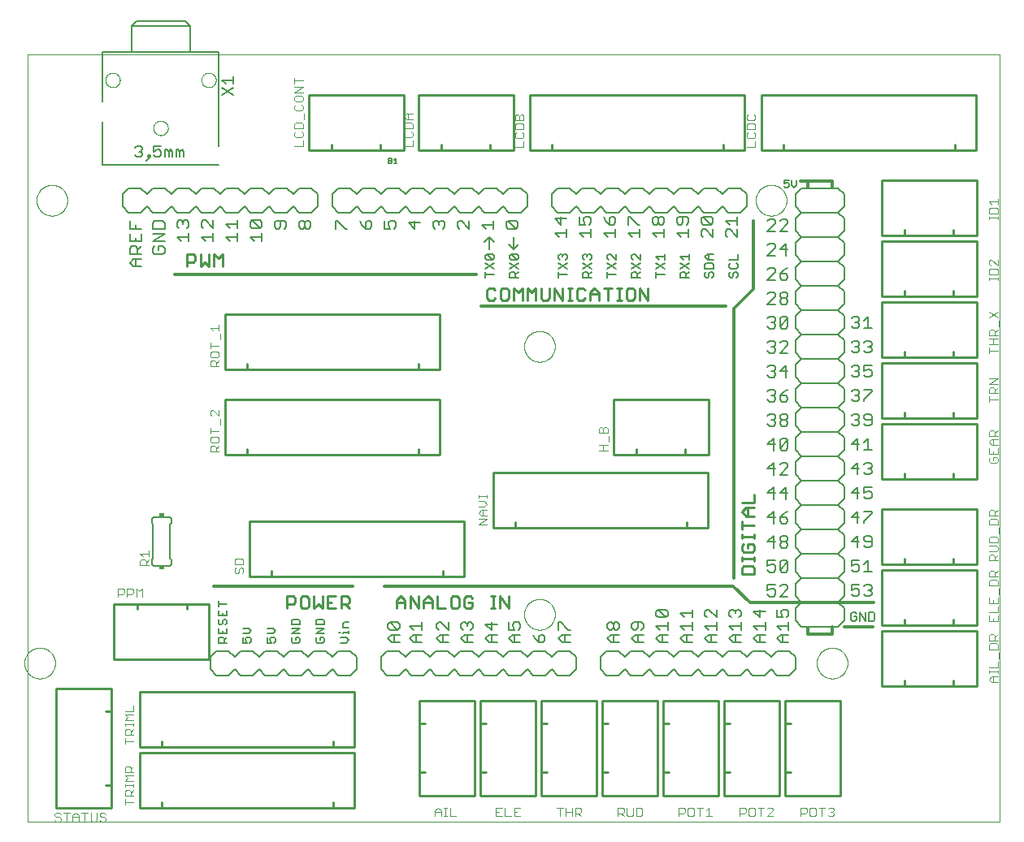
<source format=gto>
G75*
%MOIN*%
%OFA0B0*%
%FSLAX25Y25*%
%IPPOS*%
%LPD*%
%AMOC8*
5,1,8,0,0,1.08239X$1,22.5*
%
%ADD10C,0.00000*%
%ADD11C,0.01000*%
%ADD12C,0.00400*%
%ADD13C,0.00800*%
%ADD14C,0.00600*%
%ADD15C,0.01200*%
%ADD16C,0.00900*%
%ADD17C,0.00500*%
%ADD18R,0.02000X0.01500*%
D10*
X0076250Y0002534D02*
X0076250Y0317495D01*
X0474951Y0317495D01*
X0474951Y0002534D01*
X0076250Y0002534D01*
X0074951Y0067534D02*
X0074953Y0067692D01*
X0074959Y0067850D01*
X0074969Y0068008D01*
X0074983Y0068166D01*
X0075001Y0068323D01*
X0075022Y0068480D01*
X0075048Y0068636D01*
X0075078Y0068792D01*
X0075111Y0068947D01*
X0075149Y0069100D01*
X0075190Y0069253D01*
X0075235Y0069405D01*
X0075284Y0069556D01*
X0075337Y0069705D01*
X0075393Y0069853D01*
X0075453Y0069999D01*
X0075517Y0070144D01*
X0075585Y0070287D01*
X0075656Y0070429D01*
X0075730Y0070569D01*
X0075808Y0070706D01*
X0075890Y0070842D01*
X0075974Y0070976D01*
X0076063Y0071107D01*
X0076154Y0071236D01*
X0076249Y0071363D01*
X0076346Y0071488D01*
X0076447Y0071610D01*
X0076551Y0071729D01*
X0076658Y0071846D01*
X0076768Y0071960D01*
X0076881Y0072071D01*
X0076996Y0072180D01*
X0077114Y0072285D01*
X0077235Y0072387D01*
X0077358Y0072487D01*
X0077484Y0072583D01*
X0077612Y0072676D01*
X0077742Y0072766D01*
X0077875Y0072852D01*
X0078010Y0072936D01*
X0078146Y0073015D01*
X0078285Y0073092D01*
X0078426Y0073164D01*
X0078568Y0073234D01*
X0078712Y0073299D01*
X0078858Y0073361D01*
X0079005Y0073419D01*
X0079154Y0073474D01*
X0079304Y0073525D01*
X0079455Y0073572D01*
X0079607Y0073615D01*
X0079760Y0073654D01*
X0079915Y0073690D01*
X0080070Y0073721D01*
X0080226Y0073749D01*
X0080382Y0073773D01*
X0080539Y0073793D01*
X0080697Y0073809D01*
X0080854Y0073821D01*
X0081013Y0073829D01*
X0081171Y0073833D01*
X0081329Y0073833D01*
X0081487Y0073829D01*
X0081646Y0073821D01*
X0081803Y0073809D01*
X0081961Y0073793D01*
X0082118Y0073773D01*
X0082274Y0073749D01*
X0082430Y0073721D01*
X0082585Y0073690D01*
X0082740Y0073654D01*
X0082893Y0073615D01*
X0083045Y0073572D01*
X0083196Y0073525D01*
X0083346Y0073474D01*
X0083495Y0073419D01*
X0083642Y0073361D01*
X0083788Y0073299D01*
X0083932Y0073234D01*
X0084074Y0073164D01*
X0084215Y0073092D01*
X0084354Y0073015D01*
X0084490Y0072936D01*
X0084625Y0072852D01*
X0084758Y0072766D01*
X0084888Y0072676D01*
X0085016Y0072583D01*
X0085142Y0072487D01*
X0085265Y0072387D01*
X0085386Y0072285D01*
X0085504Y0072180D01*
X0085619Y0072071D01*
X0085732Y0071960D01*
X0085842Y0071846D01*
X0085949Y0071729D01*
X0086053Y0071610D01*
X0086154Y0071488D01*
X0086251Y0071363D01*
X0086346Y0071236D01*
X0086437Y0071107D01*
X0086526Y0070976D01*
X0086610Y0070842D01*
X0086692Y0070706D01*
X0086770Y0070569D01*
X0086844Y0070429D01*
X0086915Y0070287D01*
X0086983Y0070144D01*
X0087047Y0069999D01*
X0087107Y0069853D01*
X0087163Y0069705D01*
X0087216Y0069556D01*
X0087265Y0069405D01*
X0087310Y0069253D01*
X0087351Y0069100D01*
X0087389Y0068947D01*
X0087422Y0068792D01*
X0087452Y0068636D01*
X0087478Y0068480D01*
X0087499Y0068323D01*
X0087517Y0068166D01*
X0087531Y0068008D01*
X0087541Y0067850D01*
X0087547Y0067692D01*
X0087549Y0067534D01*
X0087547Y0067376D01*
X0087541Y0067218D01*
X0087531Y0067060D01*
X0087517Y0066902D01*
X0087499Y0066745D01*
X0087478Y0066588D01*
X0087452Y0066432D01*
X0087422Y0066276D01*
X0087389Y0066121D01*
X0087351Y0065968D01*
X0087310Y0065815D01*
X0087265Y0065663D01*
X0087216Y0065512D01*
X0087163Y0065363D01*
X0087107Y0065215D01*
X0087047Y0065069D01*
X0086983Y0064924D01*
X0086915Y0064781D01*
X0086844Y0064639D01*
X0086770Y0064499D01*
X0086692Y0064362D01*
X0086610Y0064226D01*
X0086526Y0064092D01*
X0086437Y0063961D01*
X0086346Y0063832D01*
X0086251Y0063705D01*
X0086154Y0063580D01*
X0086053Y0063458D01*
X0085949Y0063339D01*
X0085842Y0063222D01*
X0085732Y0063108D01*
X0085619Y0062997D01*
X0085504Y0062888D01*
X0085386Y0062783D01*
X0085265Y0062681D01*
X0085142Y0062581D01*
X0085016Y0062485D01*
X0084888Y0062392D01*
X0084758Y0062302D01*
X0084625Y0062216D01*
X0084490Y0062132D01*
X0084354Y0062053D01*
X0084215Y0061976D01*
X0084074Y0061904D01*
X0083932Y0061834D01*
X0083788Y0061769D01*
X0083642Y0061707D01*
X0083495Y0061649D01*
X0083346Y0061594D01*
X0083196Y0061543D01*
X0083045Y0061496D01*
X0082893Y0061453D01*
X0082740Y0061414D01*
X0082585Y0061378D01*
X0082430Y0061347D01*
X0082274Y0061319D01*
X0082118Y0061295D01*
X0081961Y0061275D01*
X0081803Y0061259D01*
X0081646Y0061247D01*
X0081487Y0061239D01*
X0081329Y0061235D01*
X0081171Y0061235D01*
X0081013Y0061239D01*
X0080854Y0061247D01*
X0080697Y0061259D01*
X0080539Y0061275D01*
X0080382Y0061295D01*
X0080226Y0061319D01*
X0080070Y0061347D01*
X0079915Y0061378D01*
X0079760Y0061414D01*
X0079607Y0061453D01*
X0079455Y0061496D01*
X0079304Y0061543D01*
X0079154Y0061594D01*
X0079005Y0061649D01*
X0078858Y0061707D01*
X0078712Y0061769D01*
X0078568Y0061834D01*
X0078426Y0061904D01*
X0078285Y0061976D01*
X0078146Y0062053D01*
X0078010Y0062132D01*
X0077875Y0062216D01*
X0077742Y0062302D01*
X0077612Y0062392D01*
X0077484Y0062485D01*
X0077358Y0062581D01*
X0077235Y0062681D01*
X0077114Y0062783D01*
X0076996Y0062888D01*
X0076881Y0062997D01*
X0076768Y0063108D01*
X0076658Y0063222D01*
X0076551Y0063339D01*
X0076447Y0063458D01*
X0076346Y0063580D01*
X0076249Y0063705D01*
X0076154Y0063832D01*
X0076063Y0063961D01*
X0075974Y0064092D01*
X0075890Y0064226D01*
X0075808Y0064362D01*
X0075730Y0064499D01*
X0075656Y0064639D01*
X0075585Y0064781D01*
X0075517Y0064924D01*
X0075453Y0065069D01*
X0075393Y0065215D01*
X0075337Y0065363D01*
X0075284Y0065512D01*
X0075235Y0065663D01*
X0075190Y0065815D01*
X0075149Y0065968D01*
X0075111Y0066121D01*
X0075078Y0066276D01*
X0075048Y0066432D01*
X0075022Y0066588D01*
X0075001Y0066745D01*
X0074983Y0066902D01*
X0074969Y0067060D01*
X0074959Y0067218D01*
X0074953Y0067376D01*
X0074951Y0067534D01*
X0279951Y0087534D02*
X0279953Y0087692D01*
X0279959Y0087850D01*
X0279969Y0088008D01*
X0279983Y0088166D01*
X0280001Y0088323D01*
X0280022Y0088480D01*
X0280048Y0088636D01*
X0280078Y0088792D01*
X0280111Y0088947D01*
X0280149Y0089100D01*
X0280190Y0089253D01*
X0280235Y0089405D01*
X0280284Y0089556D01*
X0280337Y0089705D01*
X0280393Y0089853D01*
X0280453Y0089999D01*
X0280517Y0090144D01*
X0280585Y0090287D01*
X0280656Y0090429D01*
X0280730Y0090569D01*
X0280808Y0090706D01*
X0280890Y0090842D01*
X0280974Y0090976D01*
X0281063Y0091107D01*
X0281154Y0091236D01*
X0281249Y0091363D01*
X0281346Y0091488D01*
X0281447Y0091610D01*
X0281551Y0091729D01*
X0281658Y0091846D01*
X0281768Y0091960D01*
X0281881Y0092071D01*
X0281996Y0092180D01*
X0282114Y0092285D01*
X0282235Y0092387D01*
X0282358Y0092487D01*
X0282484Y0092583D01*
X0282612Y0092676D01*
X0282742Y0092766D01*
X0282875Y0092852D01*
X0283010Y0092936D01*
X0283146Y0093015D01*
X0283285Y0093092D01*
X0283426Y0093164D01*
X0283568Y0093234D01*
X0283712Y0093299D01*
X0283858Y0093361D01*
X0284005Y0093419D01*
X0284154Y0093474D01*
X0284304Y0093525D01*
X0284455Y0093572D01*
X0284607Y0093615D01*
X0284760Y0093654D01*
X0284915Y0093690D01*
X0285070Y0093721D01*
X0285226Y0093749D01*
X0285382Y0093773D01*
X0285539Y0093793D01*
X0285697Y0093809D01*
X0285854Y0093821D01*
X0286013Y0093829D01*
X0286171Y0093833D01*
X0286329Y0093833D01*
X0286487Y0093829D01*
X0286646Y0093821D01*
X0286803Y0093809D01*
X0286961Y0093793D01*
X0287118Y0093773D01*
X0287274Y0093749D01*
X0287430Y0093721D01*
X0287585Y0093690D01*
X0287740Y0093654D01*
X0287893Y0093615D01*
X0288045Y0093572D01*
X0288196Y0093525D01*
X0288346Y0093474D01*
X0288495Y0093419D01*
X0288642Y0093361D01*
X0288788Y0093299D01*
X0288932Y0093234D01*
X0289074Y0093164D01*
X0289215Y0093092D01*
X0289354Y0093015D01*
X0289490Y0092936D01*
X0289625Y0092852D01*
X0289758Y0092766D01*
X0289888Y0092676D01*
X0290016Y0092583D01*
X0290142Y0092487D01*
X0290265Y0092387D01*
X0290386Y0092285D01*
X0290504Y0092180D01*
X0290619Y0092071D01*
X0290732Y0091960D01*
X0290842Y0091846D01*
X0290949Y0091729D01*
X0291053Y0091610D01*
X0291154Y0091488D01*
X0291251Y0091363D01*
X0291346Y0091236D01*
X0291437Y0091107D01*
X0291526Y0090976D01*
X0291610Y0090842D01*
X0291692Y0090706D01*
X0291770Y0090569D01*
X0291844Y0090429D01*
X0291915Y0090287D01*
X0291983Y0090144D01*
X0292047Y0089999D01*
X0292107Y0089853D01*
X0292163Y0089705D01*
X0292216Y0089556D01*
X0292265Y0089405D01*
X0292310Y0089253D01*
X0292351Y0089100D01*
X0292389Y0088947D01*
X0292422Y0088792D01*
X0292452Y0088636D01*
X0292478Y0088480D01*
X0292499Y0088323D01*
X0292517Y0088166D01*
X0292531Y0088008D01*
X0292541Y0087850D01*
X0292547Y0087692D01*
X0292549Y0087534D01*
X0292547Y0087376D01*
X0292541Y0087218D01*
X0292531Y0087060D01*
X0292517Y0086902D01*
X0292499Y0086745D01*
X0292478Y0086588D01*
X0292452Y0086432D01*
X0292422Y0086276D01*
X0292389Y0086121D01*
X0292351Y0085968D01*
X0292310Y0085815D01*
X0292265Y0085663D01*
X0292216Y0085512D01*
X0292163Y0085363D01*
X0292107Y0085215D01*
X0292047Y0085069D01*
X0291983Y0084924D01*
X0291915Y0084781D01*
X0291844Y0084639D01*
X0291770Y0084499D01*
X0291692Y0084362D01*
X0291610Y0084226D01*
X0291526Y0084092D01*
X0291437Y0083961D01*
X0291346Y0083832D01*
X0291251Y0083705D01*
X0291154Y0083580D01*
X0291053Y0083458D01*
X0290949Y0083339D01*
X0290842Y0083222D01*
X0290732Y0083108D01*
X0290619Y0082997D01*
X0290504Y0082888D01*
X0290386Y0082783D01*
X0290265Y0082681D01*
X0290142Y0082581D01*
X0290016Y0082485D01*
X0289888Y0082392D01*
X0289758Y0082302D01*
X0289625Y0082216D01*
X0289490Y0082132D01*
X0289354Y0082053D01*
X0289215Y0081976D01*
X0289074Y0081904D01*
X0288932Y0081834D01*
X0288788Y0081769D01*
X0288642Y0081707D01*
X0288495Y0081649D01*
X0288346Y0081594D01*
X0288196Y0081543D01*
X0288045Y0081496D01*
X0287893Y0081453D01*
X0287740Y0081414D01*
X0287585Y0081378D01*
X0287430Y0081347D01*
X0287274Y0081319D01*
X0287118Y0081295D01*
X0286961Y0081275D01*
X0286803Y0081259D01*
X0286646Y0081247D01*
X0286487Y0081239D01*
X0286329Y0081235D01*
X0286171Y0081235D01*
X0286013Y0081239D01*
X0285854Y0081247D01*
X0285697Y0081259D01*
X0285539Y0081275D01*
X0285382Y0081295D01*
X0285226Y0081319D01*
X0285070Y0081347D01*
X0284915Y0081378D01*
X0284760Y0081414D01*
X0284607Y0081453D01*
X0284455Y0081496D01*
X0284304Y0081543D01*
X0284154Y0081594D01*
X0284005Y0081649D01*
X0283858Y0081707D01*
X0283712Y0081769D01*
X0283568Y0081834D01*
X0283426Y0081904D01*
X0283285Y0081976D01*
X0283146Y0082053D01*
X0283010Y0082132D01*
X0282875Y0082216D01*
X0282742Y0082302D01*
X0282612Y0082392D01*
X0282484Y0082485D01*
X0282358Y0082581D01*
X0282235Y0082681D01*
X0282114Y0082783D01*
X0281996Y0082888D01*
X0281881Y0082997D01*
X0281768Y0083108D01*
X0281658Y0083222D01*
X0281551Y0083339D01*
X0281447Y0083458D01*
X0281346Y0083580D01*
X0281249Y0083705D01*
X0281154Y0083832D01*
X0281063Y0083961D01*
X0280974Y0084092D01*
X0280890Y0084226D01*
X0280808Y0084362D01*
X0280730Y0084499D01*
X0280656Y0084639D01*
X0280585Y0084781D01*
X0280517Y0084924D01*
X0280453Y0085069D01*
X0280393Y0085215D01*
X0280337Y0085363D01*
X0280284Y0085512D01*
X0280235Y0085663D01*
X0280190Y0085815D01*
X0280149Y0085968D01*
X0280111Y0086121D01*
X0280078Y0086276D01*
X0280048Y0086432D01*
X0280022Y0086588D01*
X0280001Y0086745D01*
X0279983Y0086902D01*
X0279969Y0087060D01*
X0279959Y0087218D01*
X0279953Y0087376D01*
X0279951Y0087534D01*
X0399951Y0067534D02*
X0399953Y0067692D01*
X0399959Y0067850D01*
X0399969Y0068008D01*
X0399983Y0068166D01*
X0400001Y0068323D01*
X0400022Y0068480D01*
X0400048Y0068636D01*
X0400078Y0068792D01*
X0400111Y0068947D01*
X0400149Y0069100D01*
X0400190Y0069253D01*
X0400235Y0069405D01*
X0400284Y0069556D01*
X0400337Y0069705D01*
X0400393Y0069853D01*
X0400453Y0069999D01*
X0400517Y0070144D01*
X0400585Y0070287D01*
X0400656Y0070429D01*
X0400730Y0070569D01*
X0400808Y0070706D01*
X0400890Y0070842D01*
X0400974Y0070976D01*
X0401063Y0071107D01*
X0401154Y0071236D01*
X0401249Y0071363D01*
X0401346Y0071488D01*
X0401447Y0071610D01*
X0401551Y0071729D01*
X0401658Y0071846D01*
X0401768Y0071960D01*
X0401881Y0072071D01*
X0401996Y0072180D01*
X0402114Y0072285D01*
X0402235Y0072387D01*
X0402358Y0072487D01*
X0402484Y0072583D01*
X0402612Y0072676D01*
X0402742Y0072766D01*
X0402875Y0072852D01*
X0403010Y0072936D01*
X0403146Y0073015D01*
X0403285Y0073092D01*
X0403426Y0073164D01*
X0403568Y0073234D01*
X0403712Y0073299D01*
X0403858Y0073361D01*
X0404005Y0073419D01*
X0404154Y0073474D01*
X0404304Y0073525D01*
X0404455Y0073572D01*
X0404607Y0073615D01*
X0404760Y0073654D01*
X0404915Y0073690D01*
X0405070Y0073721D01*
X0405226Y0073749D01*
X0405382Y0073773D01*
X0405539Y0073793D01*
X0405697Y0073809D01*
X0405854Y0073821D01*
X0406013Y0073829D01*
X0406171Y0073833D01*
X0406329Y0073833D01*
X0406487Y0073829D01*
X0406646Y0073821D01*
X0406803Y0073809D01*
X0406961Y0073793D01*
X0407118Y0073773D01*
X0407274Y0073749D01*
X0407430Y0073721D01*
X0407585Y0073690D01*
X0407740Y0073654D01*
X0407893Y0073615D01*
X0408045Y0073572D01*
X0408196Y0073525D01*
X0408346Y0073474D01*
X0408495Y0073419D01*
X0408642Y0073361D01*
X0408788Y0073299D01*
X0408932Y0073234D01*
X0409074Y0073164D01*
X0409215Y0073092D01*
X0409354Y0073015D01*
X0409490Y0072936D01*
X0409625Y0072852D01*
X0409758Y0072766D01*
X0409888Y0072676D01*
X0410016Y0072583D01*
X0410142Y0072487D01*
X0410265Y0072387D01*
X0410386Y0072285D01*
X0410504Y0072180D01*
X0410619Y0072071D01*
X0410732Y0071960D01*
X0410842Y0071846D01*
X0410949Y0071729D01*
X0411053Y0071610D01*
X0411154Y0071488D01*
X0411251Y0071363D01*
X0411346Y0071236D01*
X0411437Y0071107D01*
X0411526Y0070976D01*
X0411610Y0070842D01*
X0411692Y0070706D01*
X0411770Y0070569D01*
X0411844Y0070429D01*
X0411915Y0070287D01*
X0411983Y0070144D01*
X0412047Y0069999D01*
X0412107Y0069853D01*
X0412163Y0069705D01*
X0412216Y0069556D01*
X0412265Y0069405D01*
X0412310Y0069253D01*
X0412351Y0069100D01*
X0412389Y0068947D01*
X0412422Y0068792D01*
X0412452Y0068636D01*
X0412478Y0068480D01*
X0412499Y0068323D01*
X0412517Y0068166D01*
X0412531Y0068008D01*
X0412541Y0067850D01*
X0412547Y0067692D01*
X0412549Y0067534D01*
X0412547Y0067376D01*
X0412541Y0067218D01*
X0412531Y0067060D01*
X0412517Y0066902D01*
X0412499Y0066745D01*
X0412478Y0066588D01*
X0412452Y0066432D01*
X0412422Y0066276D01*
X0412389Y0066121D01*
X0412351Y0065968D01*
X0412310Y0065815D01*
X0412265Y0065663D01*
X0412216Y0065512D01*
X0412163Y0065363D01*
X0412107Y0065215D01*
X0412047Y0065069D01*
X0411983Y0064924D01*
X0411915Y0064781D01*
X0411844Y0064639D01*
X0411770Y0064499D01*
X0411692Y0064362D01*
X0411610Y0064226D01*
X0411526Y0064092D01*
X0411437Y0063961D01*
X0411346Y0063832D01*
X0411251Y0063705D01*
X0411154Y0063580D01*
X0411053Y0063458D01*
X0410949Y0063339D01*
X0410842Y0063222D01*
X0410732Y0063108D01*
X0410619Y0062997D01*
X0410504Y0062888D01*
X0410386Y0062783D01*
X0410265Y0062681D01*
X0410142Y0062581D01*
X0410016Y0062485D01*
X0409888Y0062392D01*
X0409758Y0062302D01*
X0409625Y0062216D01*
X0409490Y0062132D01*
X0409354Y0062053D01*
X0409215Y0061976D01*
X0409074Y0061904D01*
X0408932Y0061834D01*
X0408788Y0061769D01*
X0408642Y0061707D01*
X0408495Y0061649D01*
X0408346Y0061594D01*
X0408196Y0061543D01*
X0408045Y0061496D01*
X0407893Y0061453D01*
X0407740Y0061414D01*
X0407585Y0061378D01*
X0407430Y0061347D01*
X0407274Y0061319D01*
X0407118Y0061295D01*
X0406961Y0061275D01*
X0406803Y0061259D01*
X0406646Y0061247D01*
X0406487Y0061239D01*
X0406329Y0061235D01*
X0406171Y0061235D01*
X0406013Y0061239D01*
X0405854Y0061247D01*
X0405697Y0061259D01*
X0405539Y0061275D01*
X0405382Y0061295D01*
X0405226Y0061319D01*
X0405070Y0061347D01*
X0404915Y0061378D01*
X0404760Y0061414D01*
X0404607Y0061453D01*
X0404455Y0061496D01*
X0404304Y0061543D01*
X0404154Y0061594D01*
X0404005Y0061649D01*
X0403858Y0061707D01*
X0403712Y0061769D01*
X0403568Y0061834D01*
X0403426Y0061904D01*
X0403285Y0061976D01*
X0403146Y0062053D01*
X0403010Y0062132D01*
X0402875Y0062216D01*
X0402742Y0062302D01*
X0402612Y0062392D01*
X0402484Y0062485D01*
X0402358Y0062581D01*
X0402235Y0062681D01*
X0402114Y0062783D01*
X0401996Y0062888D01*
X0401881Y0062997D01*
X0401768Y0063108D01*
X0401658Y0063222D01*
X0401551Y0063339D01*
X0401447Y0063458D01*
X0401346Y0063580D01*
X0401249Y0063705D01*
X0401154Y0063832D01*
X0401063Y0063961D01*
X0400974Y0064092D01*
X0400890Y0064226D01*
X0400808Y0064362D01*
X0400730Y0064499D01*
X0400656Y0064639D01*
X0400585Y0064781D01*
X0400517Y0064924D01*
X0400453Y0065069D01*
X0400393Y0065215D01*
X0400337Y0065363D01*
X0400284Y0065512D01*
X0400235Y0065663D01*
X0400190Y0065815D01*
X0400149Y0065968D01*
X0400111Y0066121D01*
X0400078Y0066276D01*
X0400048Y0066432D01*
X0400022Y0066588D01*
X0400001Y0066745D01*
X0399983Y0066902D01*
X0399969Y0067060D01*
X0399959Y0067218D01*
X0399953Y0067376D01*
X0399951Y0067534D01*
X0279951Y0197534D02*
X0279953Y0197692D01*
X0279959Y0197850D01*
X0279969Y0198008D01*
X0279983Y0198166D01*
X0280001Y0198323D01*
X0280022Y0198480D01*
X0280048Y0198636D01*
X0280078Y0198792D01*
X0280111Y0198947D01*
X0280149Y0199100D01*
X0280190Y0199253D01*
X0280235Y0199405D01*
X0280284Y0199556D01*
X0280337Y0199705D01*
X0280393Y0199853D01*
X0280453Y0199999D01*
X0280517Y0200144D01*
X0280585Y0200287D01*
X0280656Y0200429D01*
X0280730Y0200569D01*
X0280808Y0200706D01*
X0280890Y0200842D01*
X0280974Y0200976D01*
X0281063Y0201107D01*
X0281154Y0201236D01*
X0281249Y0201363D01*
X0281346Y0201488D01*
X0281447Y0201610D01*
X0281551Y0201729D01*
X0281658Y0201846D01*
X0281768Y0201960D01*
X0281881Y0202071D01*
X0281996Y0202180D01*
X0282114Y0202285D01*
X0282235Y0202387D01*
X0282358Y0202487D01*
X0282484Y0202583D01*
X0282612Y0202676D01*
X0282742Y0202766D01*
X0282875Y0202852D01*
X0283010Y0202936D01*
X0283146Y0203015D01*
X0283285Y0203092D01*
X0283426Y0203164D01*
X0283568Y0203234D01*
X0283712Y0203299D01*
X0283858Y0203361D01*
X0284005Y0203419D01*
X0284154Y0203474D01*
X0284304Y0203525D01*
X0284455Y0203572D01*
X0284607Y0203615D01*
X0284760Y0203654D01*
X0284915Y0203690D01*
X0285070Y0203721D01*
X0285226Y0203749D01*
X0285382Y0203773D01*
X0285539Y0203793D01*
X0285697Y0203809D01*
X0285854Y0203821D01*
X0286013Y0203829D01*
X0286171Y0203833D01*
X0286329Y0203833D01*
X0286487Y0203829D01*
X0286646Y0203821D01*
X0286803Y0203809D01*
X0286961Y0203793D01*
X0287118Y0203773D01*
X0287274Y0203749D01*
X0287430Y0203721D01*
X0287585Y0203690D01*
X0287740Y0203654D01*
X0287893Y0203615D01*
X0288045Y0203572D01*
X0288196Y0203525D01*
X0288346Y0203474D01*
X0288495Y0203419D01*
X0288642Y0203361D01*
X0288788Y0203299D01*
X0288932Y0203234D01*
X0289074Y0203164D01*
X0289215Y0203092D01*
X0289354Y0203015D01*
X0289490Y0202936D01*
X0289625Y0202852D01*
X0289758Y0202766D01*
X0289888Y0202676D01*
X0290016Y0202583D01*
X0290142Y0202487D01*
X0290265Y0202387D01*
X0290386Y0202285D01*
X0290504Y0202180D01*
X0290619Y0202071D01*
X0290732Y0201960D01*
X0290842Y0201846D01*
X0290949Y0201729D01*
X0291053Y0201610D01*
X0291154Y0201488D01*
X0291251Y0201363D01*
X0291346Y0201236D01*
X0291437Y0201107D01*
X0291526Y0200976D01*
X0291610Y0200842D01*
X0291692Y0200706D01*
X0291770Y0200569D01*
X0291844Y0200429D01*
X0291915Y0200287D01*
X0291983Y0200144D01*
X0292047Y0199999D01*
X0292107Y0199853D01*
X0292163Y0199705D01*
X0292216Y0199556D01*
X0292265Y0199405D01*
X0292310Y0199253D01*
X0292351Y0199100D01*
X0292389Y0198947D01*
X0292422Y0198792D01*
X0292452Y0198636D01*
X0292478Y0198480D01*
X0292499Y0198323D01*
X0292517Y0198166D01*
X0292531Y0198008D01*
X0292541Y0197850D01*
X0292547Y0197692D01*
X0292549Y0197534D01*
X0292547Y0197376D01*
X0292541Y0197218D01*
X0292531Y0197060D01*
X0292517Y0196902D01*
X0292499Y0196745D01*
X0292478Y0196588D01*
X0292452Y0196432D01*
X0292422Y0196276D01*
X0292389Y0196121D01*
X0292351Y0195968D01*
X0292310Y0195815D01*
X0292265Y0195663D01*
X0292216Y0195512D01*
X0292163Y0195363D01*
X0292107Y0195215D01*
X0292047Y0195069D01*
X0291983Y0194924D01*
X0291915Y0194781D01*
X0291844Y0194639D01*
X0291770Y0194499D01*
X0291692Y0194362D01*
X0291610Y0194226D01*
X0291526Y0194092D01*
X0291437Y0193961D01*
X0291346Y0193832D01*
X0291251Y0193705D01*
X0291154Y0193580D01*
X0291053Y0193458D01*
X0290949Y0193339D01*
X0290842Y0193222D01*
X0290732Y0193108D01*
X0290619Y0192997D01*
X0290504Y0192888D01*
X0290386Y0192783D01*
X0290265Y0192681D01*
X0290142Y0192581D01*
X0290016Y0192485D01*
X0289888Y0192392D01*
X0289758Y0192302D01*
X0289625Y0192216D01*
X0289490Y0192132D01*
X0289354Y0192053D01*
X0289215Y0191976D01*
X0289074Y0191904D01*
X0288932Y0191834D01*
X0288788Y0191769D01*
X0288642Y0191707D01*
X0288495Y0191649D01*
X0288346Y0191594D01*
X0288196Y0191543D01*
X0288045Y0191496D01*
X0287893Y0191453D01*
X0287740Y0191414D01*
X0287585Y0191378D01*
X0287430Y0191347D01*
X0287274Y0191319D01*
X0287118Y0191295D01*
X0286961Y0191275D01*
X0286803Y0191259D01*
X0286646Y0191247D01*
X0286487Y0191239D01*
X0286329Y0191235D01*
X0286171Y0191235D01*
X0286013Y0191239D01*
X0285854Y0191247D01*
X0285697Y0191259D01*
X0285539Y0191275D01*
X0285382Y0191295D01*
X0285226Y0191319D01*
X0285070Y0191347D01*
X0284915Y0191378D01*
X0284760Y0191414D01*
X0284607Y0191453D01*
X0284455Y0191496D01*
X0284304Y0191543D01*
X0284154Y0191594D01*
X0284005Y0191649D01*
X0283858Y0191707D01*
X0283712Y0191769D01*
X0283568Y0191834D01*
X0283426Y0191904D01*
X0283285Y0191976D01*
X0283146Y0192053D01*
X0283010Y0192132D01*
X0282875Y0192216D01*
X0282742Y0192302D01*
X0282612Y0192392D01*
X0282484Y0192485D01*
X0282358Y0192581D01*
X0282235Y0192681D01*
X0282114Y0192783D01*
X0281996Y0192888D01*
X0281881Y0192997D01*
X0281768Y0193108D01*
X0281658Y0193222D01*
X0281551Y0193339D01*
X0281447Y0193458D01*
X0281346Y0193580D01*
X0281249Y0193705D01*
X0281154Y0193832D01*
X0281063Y0193961D01*
X0280974Y0194092D01*
X0280890Y0194226D01*
X0280808Y0194362D01*
X0280730Y0194499D01*
X0280656Y0194639D01*
X0280585Y0194781D01*
X0280517Y0194924D01*
X0280453Y0195069D01*
X0280393Y0195215D01*
X0280337Y0195363D01*
X0280284Y0195512D01*
X0280235Y0195663D01*
X0280190Y0195815D01*
X0280149Y0195968D01*
X0280111Y0196121D01*
X0280078Y0196276D01*
X0280048Y0196432D01*
X0280022Y0196588D01*
X0280001Y0196745D01*
X0279983Y0196902D01*
X0279969Y0197060D01*
X0279959Y0197218D01*
X0279953Y0197376D01*
X0279951Y0197534D01*
X0374951Y0257534D02*
X0374953Y0257692D01*
X0374959Y0257850D01*
X0374969Y0258008D01*
X0374983Y0258166D01*
X0375001Y0258323D01*
X0375022Y0258480D01*
X0375048Y0258636D01*
X0375078Y0258792D01*
X0375111Y0258947D01*
X0375149Y0259100D01*
X0375190Y0259253D01*
X0375235Y0259405D01*
X0375284Y0259556D01*
X0375337Y0259705D01*
X0375393Y0259853D01*
X0375453Y0259999D01*
X0375517Y0260144D01*
X0375585Y0260287D01*
X0375656Y0260429D01*
X0375730Y0260569D01*
X0375808Y0260706D01*
X0375890Y0260842D01*
X0375974Y0260976D01*
X0376063Y0261107D01*
X0376154Y0261236D01*
X0376249Y0261363D01*
X0376346Y0261488D01*
X0376447Y0261610D01*
X0376551Y0261729D01*
X0376658Y0261846D01*
X0376768Y0261960D01*
X0376881Y0262071D01*
X0376996Y0262180D01*
X0377114Y0262285D01*
X0377235Y0262387D01*
X0377358Y0262487D01*
X0377484Y0262583D01*
X0377612Y0262676D01*
X0377742Y0262766D01*
X0377875Y0262852D01*
X0378010Y0262936D01*
X0378146Y0263015D01*
X0378285Y0263092D01*
X0378426Y0263164D01*
X0378568Y0263234D01*
X0378712Y0263299D01*
X0378858Y0263361D01*
X0379005Y0263419D01*
X0379154Y0263474D01*
X0379304Y0263525D01*
X0379455Y0263572D01*
X0379607Y0263615D01*
X0379760Y0263654D01*
X0379915Y0263690D01*
X0380070Y0263721D01*
X0380226Y0263749D01*
X0380382Y0263773D01*
X0380539Y0263793D01*
X0380697Y0263809D01*
X0380854Y0263821D01*
X0381013Y0263829D01*
X0381171Y0263833D01*
X0381329Y0263833D01*
X0381487Y0263829D01*
X0381646Y0263821D01*
X0381803Y0263809D01*
X0381961Y0263793D01*
X0382118Y0263773D01*
X0382274Y0263749D01*
X0382430Y0263721D01*
X0382585Y0263690D01*
X0382740Y0263654D01*
X0382893Y0263615D01*
X0383045Y0263572D01*
X0383196Y0263525D01*
X0383346Y0263474D01*
X0383495Y0263419D01*
X0383642Y0263361D01*
X0383788Y0263299D01*
X0383932Y0263234D01*
X0384074Y0263164D01*
X0384215Y0263092D01*
X0384354Y0263015D01*
X0384490Y0262936D01*
X0384625Y0262852D01*
X0384758Y0262766D01*
X0384888Y0262676D01*
X0385016Y0262583D01*
X0385142Y0262487D01*
X0385265Y0262387D01*
X0385386Y0262285D01*
X0385504Y0262180D01*
X0385619Y0262071D01*
X0385732Y0261960D01*
X0385842Y0261846D01*
X0385949Y0261729D01*
X0386053Y0261610D01*
X0386154Y0261488D01*
X0386251Y0261363D01*
X0386346Y0261236D01*
X0386437Y0261107D01*
X0386526Y0260976D01*
X0386610Y0260842D01*
X0386692Y0260706D01*
X0386770Y0260569D01*
X0386844Y0260429D01*
X0386915Y0260287D01*
X0386983Y0260144D01*
X0387047Y0259999D01*
X0387107Y0259853D01*
X0387163Y0259705D01*
X0387216Y0259556D01*
X0387265Y0259405D01*
X0387310Y0259253D01*
X0387351Y0259100D01*
X0387389Y0258947D01*
X0387422Y0258792D01*
X0387452Y0258636D01*
X0387478Y0258480D01*
X0387499Y0258323D01*
X0387517Y0258166D01*
X0387531Y0258008D01*
X0387541Y0257850D01*
X0387547Y0257692D01*
X0387549Y0257534D01*
X0387547Y0257376D01*
X0387541Y0257218D01*
X0387531Y0257060D01*
X0387517Y0256902D01*
X0387499Y0256745D01*
X0387478Y0256588D01*
X0387452Y0256432D01*
X0387422Y0256276D01*
X0387389Y0256121D01*
X0387351Y0255968D01*
X0387310Y0255815D01*
X0387265Y0255663D01*
X0387216Y0255512D01*
X0387163Y0255363D01*
X0387107Y0255215D01*
X0387047Y0255069D01*
X0386983Y0254924D01*
X0386915Y0254781D01*
X0386844Y0254639D01*
X0386770Y0254499D01*
X0386692Y0254362D01*
X0386610Y0254226D01*
X0386526Y0254092D01*
X0386437Y0253961D01*
X0386346Y0253832D01*
X0386251Y0253705D01*
X0386154Y0253580D01*
X0386053Y0253458D01*
X0385949Y0253339D01*
X0385842Y0253222D01*
X0385732Y0253108D01*
X0385619Y0252997D01*
X0385504Y0252888D01*
X0385386Y0252783D01*
X0385265Y0252681D01*
X0385142Y0252581D01*
X0385016Y0252485D01*
X0384888Y0252392D01*
X0384758Y0252302D01*
X0384625Y0252216D01*
X0384490Y0252132D01*
X0384354Y0252053D01*
X0384215Y0251976D01*
X0384074Y0251904D01*
X0383932Y0251834D01*
X0383788Y0251769D01*
X0383642Y0251707D01*
X0383495Y0251649D01*
X0383346Y0251594D01*
X0383196Y0251543D01*
X0383045Y0251496D01*
X0382893Y0251453D01*
X0382740Y0251414D01*
X0382585Y0251378D01*
X0382430Y0251347D01*
X0382274Y0251319D01*
X0382118Y0251295D01*
X0381961Y0251275D01*
X0381803Y0251259D01*
X0381646Y0251247D01*
X0381487Y0251239D01*
X0381329Y0251235D01*
X0381171Y0251235D01*
X0381013Y0251239D01*
X0380854Y0251247D01*
X0380697Y0251259D01*
X0380539Y0251275D01*
X0380382Y0251295D01*
X0380226Y0251319D01*
X0380070Y0251347D01*
X0379915Y0251378D01*
X0379760Y0251414D01*
X0379607Y0251453D01*
X0379455Y0251496D01*
X0379304Y0251543D01*
X0379154Y0251594D01*
X0379005Y0251649D01*
X0378858Y0251707D01*
X0378712Y0251769D01*
X0378568Y0251834D01*
X0378426Y0251904D01*
X0378285Y0251976D01*
X0378146Y0252053D01*
X0378010Y0252132D01*
X0377875Y0252216D01*
X0377742Y0252302D01*
X0377612Y0252392D01*
X0377484Y0252485D01*
X0377358Y0252581D01*
X0377235Y0252681D01*
X0377114Y0252783D01*
X0376996Y0252888D01*
X0376881Y0252997D01*
X0376768Y0253108D01*
X0376658Y0253222D01*
X0376551Y0253339D01*
X0376447Y0253458D01*
X0376346Y0253580D01*
X0376249Y0253705D01*
X0376154Y0253832D01*
X0376063Y0253961D01*
X0375974Y0254092D01*
X0375890Y0254226D01*
X0375808Y0254362D01*
X0375730Y0254499D01*
X0375656Y0254639D01*
X0375585Y0254781D01*
X0375517Y0254924D01*
X0375453Y0255069D01*
X0375393Y0255215D01*
X0375337Y0255363D01*
X0375284Y0255512D01*
X0375235Y0255663D01*
X0375190Y0255815D01*
X0375149Y0255968D01*
X0375111Y0256121D01*
X0375078Y0256276D01*
X0375048Y0256432D01*
X0375022Y0256588D01*
X0375001Y0256745D01*
X0374983Y0256902D01*
X0374969Y0257060D01*
X0374959Y0257218D01*
X0374953Y0257376D01*
X0374951Y0257534D01*
X0147588Y0306904D02*
X0147590Y0307012D01*
X0147596Y0307121D01*
X0147606Y0307229D01*
X0147620Y0307336D01*
X0147638Y0307443D01*
X0147659Y0307550D01*
X0147685Y0307655D01*
X0147715Y0307760D01*
X0147748Y0307863D01*
X0147785Y0307965D01*
X0147826Y0308065D01*
X0147870Y0308164D01*
X0147919Y0308262D01*
X0147970Y0308357D01*
X0148025Y0308450D01*
X0148084Y0308542D01*
X0148146Y0308631D01*
X0148211Y0308718D01*
X0148279Y0308802D01*
X0148350Y0308884D01*
X0148424Y0308963D01*
X0148501Y0309039D01*
X0148581Y0309113D01*
X0148664Y0309183D01*
X0148749Y0309251D01*
X0148836Y0309315D01*
X0148926Y0309376D01*
X0149018Y0309434D01*
X0149112Y0309488D01*
X0149208Y0309539D01*
X0149305Y0309586D01*
X0149405Y0309630D01*
X0149506Y0309670D01*
X0149608Y0309706D01*
X0149711Y0309738D01*
X0149816Y0309767D01*
X0149922Y0309791D01*
X0150028Y0309812D01*
X0150135Y0309829D01*
X0150243Y0309842D01*
X0150351Y0309851D01*
X0150460Y0309856D01*
X0150568Y0309857D01*
X0150677Y0309854D01*
X0150785Y0309847D01*
X0150893Y0309836D01*
X0151000Y0309821D01*
X0151107Y0309802D01*
X0151213Y0309779D01*
X0151318Y0309753D01*
X0151423Y0309722D01*
X0151525Y0309688D01*
X0151627Y0309650D01*
X0151727Y0309608D01*
X0151826Y0309563D01*
X0151923Y0309514D01*
X0152017Y0309461D01*
X0152110Y0309405D01*
X0152201Y0309346D01*
X0152290Y0309283D01*
X0152376Y0309218D01*
X0152460Y0309149D01*
X0152541Y0309077D01*
X0152619Y0309002D01*
X0152695Y0308924D01*
X0152768Y0308843D01*
X0152838Y0308760D01*
X0152904Y0308675D01*
X0152968Y0308587D01*
X0153028Y0308496D01*
X0153085Y0308404D01*
X0153138Y0308309D01*
X0153188Y0308213D01*
X0153234Y0308115D01*
X0153277Y0308015D01*
X0153316Y0307914D01*
X0153351Y0307811D01*
X0153383Y0307708D01*
X0153410Y0307603D01*
X0153434Y0307497D01*
X0153454Y0307390D01*
X0153470Y0307283D01*
X0153482Y0307175D01*
X0153490Y0307067D01*
X0153494Y0306958D01*
X0153494Y0306850D01*
X0153490Y0306741D01*
X0153482Y0306633D01*
X0153470Y0306525D01*
X0153454Y0306418D01*
X0153434Y0306311D01*
X0153410Y0306205D01*
X0153383Y0306100D01*
X0153351Y0305997D01*
X0153316Y0305894D01*
X0153277Y0305793D01*
X0153234Y0305693D01*
X0153188Y0305595D01*
X0153138Y0305499D01*
X0153085Y0305404D01*
X0153028Y0305312D01*
X0152968Y0305221D01*
X0152904Y0305133D01*
X0152838Y0305048D01*
X0152768Y0304965D01*
X0152695Y0304884D01*
X0152619Y0304806D01*
X0152541Y0304731D01*
X0152460Y0304659D01*
X0152376Y0304590D01*
X0152290Y0304525D01*
X0152201Y0304462D01*
X0152110Y0304403D01*
X0152018Y0304347D01*
X0151923Y0304294D01*
X0151826Y0304245D01*
X0151727Y0304200D01*
X0151627Y0304158D01*
X0151525Y0304120D01*
X0151423Y0304086D01*
X0151318Y0304055D01*
X0151213Y0304029D01*
X0151107Y0304006D01*
X0151000Y0303987D01*
X0150893Y0303972D01*
X0150785Y0303961D01*
X0150677Y0303954D01*
X0150568Y0303951D01*
X0150460Y0303952D01*
X0150351Y0303957D01*
X0150243Y0303966D01*
X0150135Y0303979D01*
X0150028Y0303996D01*
X0149922Y0304017D01*
X0149816Y0304041D01*
X0149711Y0304070D01*
X0149608Y0304102D01*
X0149506Y0304138D01*
X0149405Y0304178D01*
X0149305Y0304222D01*
X0149208Y0304269D01*
X0149112Y0304320D01*
X0149018Y0304374D01*
X0148926Y0304432D01*
X0148836Y0304493D01*
X0148749Y0304557D01*
X0148664Y0304625D01*
X0148581Y0304695D01*
X0148501Y0304769D01*
X0148424Y0304845D01*
X0148350Y0304924D01*
X0148279Y0305006D01*
X0148211Y0305090D01*
X0148146Y0305177D01*
X0148084Y0305266D01*
X0148025Y0305358D01*
X0147970Y0305451D01*
X0147919Y0305546D01*
X0147870Y0305644D01*
X0147826Y0305743D01*
X0147785Y0305843D01*
X0147748Y0305945D01*
X0147715Y0306048D01*
X0147685Y0306153D01*
X0147659Y0306258D01*
X0147638Y0306365D01*
X0147620Y0306472D01*
X0147606Y0306579D01*
X0147596Y0306687D01*
X0147590Y0306796D01*
X0147588Y0306904D01*
X0127903Y0287219D02*
X0127905Y0287327D01*
X0127911Y0287436D01*
X0127921Y0287544D01*
X0127935Y0287651D01*
X0127953Y0287758D01*
X0127974Y0287865D01*
X0128000Y0287970D01*
X0128030Y0288075D01*
X0128063Y0288178D01*
X0128100Y0288280D01*
X0128141Y0288380D01*
X0128185Y0288479D01*
X0128234Y0288577D01*
X0128285Y0288672D01*
X0128340Y0288765D01*
X0128399Y0288857D01*
X0128461Y0288946D01*
X0128526Y0289033D01*
X0128594Y0289117D01*
X0128665Y0289199D01*
X0128739Y0289278D01*
X0128816Y0289354D01*
X0128896Y0289428D01*
X0128979Y0289498D01*
X0129064Y0289566D01*
X0129151Y0289630D01*
X0129241Y0289691D01*
X0129333Y0289749D01*
X0129427Y0289803D01*
X0129523Y0289854D01*
X0129620Y0289901D01*
X0129720Y0289945D01*
X0129821Y0289985D01*
X0129923Y0290021D01*
X0130026Y0290053D01*
X0130131Y0290082D01*
X0130237Y0290106D01*
X0130343Y0290127D01*
X0130450Y0290144D01*
X0130558Y0290157D01*
X0130666Y0290166D01*
X0130775Y0290171D01*
X0130883Y0290172D01*
X0130992Y0290169D01*
X0131100Y0290162D01*
X0131208Y0290151D01*
X0131315Y0290136D01*
X0131422Y0290117D01*
X0131528Y0290094D01*
X0131633Y0290068D01*
X0131738Y0290037D01*
X0131840Y0290003D01*
X0131942Y0289965D01*
X0132042Y0289923D01*
X0132141Y0289878D01*
X0132238Y0289829D01*
X0132332Y0289776D01*
X0132425Y0289720D01*
X0132516Y0289661D01*
X0132605Y0289598D01*
X0132691Y0289533D01*
X0132775Y0289464D01*
X0132856Y0289392D01*
X0132934Y0289317D01*
X0133010Y0289239D01*
X0133083Y0289158D01*
X0133153Y0289075D01*
X0133219Y0288990D01*
X0133283Y0288902D01*
X0133343Y0288811D01*
X0133400Y0288719D01*
X0133453Y0288624D01*
X0133503Y0288528D01*
X0133549Y0288430D01*
X0133592Y0288330D01*
X0133631Y0288229D01*
X0133666Y0288126D01*
X0133698Y0288023D01*
X0133725Y0287918D01*
X0133749Y0287812D01*
X0133769Y0287705D01*
X0133785Y0287598D01*
X0133797Y0287490D01*
X0133805Y0287382D01*
X0133809Y0287273D01*
X0133809Y0287165D01*
X0133805Y0287056D01*
X0133797Y0286948D01*
X0133785Y0286840D01*
X0133769Y0286733D01*
X0133749Y0286626D01*
X0133725Y0286520D01*
X0133698Y0286415D01*
X0133666Y0286312D01*
X0133631Y0286209D01*
X0133592Y0286108D01*
X0133549Y0286008D01*
X0133503Y0285910D01*
X0133453Y0285814D01*
X0133400Y0285719D01*
X0133343Y0285627D01*
X0133283Y0285536D01*
X0133219Y0285448D01*
X0133153Y0285363D01*
X0133083Y0285280D01*
X0133010Y0285199D01*
X0132934Y0285121D01*
X0132856Y0285046D01*
X0132775Y0284974D01*
X0132691Y0284905D01*
X0132605Y0284840D01*
X0132516Y0284777D01*
X0132425Y0284718D01*
X0132333Y0284662D01*
X0132238Y0284609D01*
X0132141Y0284560D01*
X0132042Y0284515D01*
X0131942Y0284473D01*
X0131840Y0284435D01*
X0131738Y0284401D01*
X0131633Y0284370D01*
X0131528Y0284344D01*
X0131422Y0284321D01*
X0131315Y0284302D01*
X0131208Y0284287D01*
X0131100Y0284276D01*
X0130992Y0284269D01*
X0130883Y0284266D01*
X0130775Y0284267D01*
X0130666Y0284272D01*
X0130558Y0284281D01*
X0130450Y0284294D01*
X0130343Y0284311D01*
X0130237Y0284332D01*
X0130131Y0284356D01*
X0130026Y0284385D01*
X0129923Y0284417D01*
X0129821Y0284453D01*
X0129720Y0284493D01*
X0129620Y0284537D01*
X0129523Y0284584D01*
X0129427Y0284635D01*
X0129333Y0284689D01*
X0129241Y0284747D01*
X0129151Y0284808D01*
X0129064Y0284872D01*
X0128979Y0284940D01*
X0128896Y0285010D01*
X0128816Y0285084D01*
X0128739Y0285160D01*
X0128665Y0285239D01*
X0128594Y0285321D01*
X0128526Y0285405D01*
X0128461Y0285492D01*
X0128399Y0285581D01*
X0128340Y0285673D01*
X0128285Y0285766D01*
X0128234Y0285861D01*
X0128185Y0285959D01*
X0128141Y0286058D01*
X0128100Y0286158D01*
X0128063Y0286260D01*
X0128030Y0286363D01*
X0128000Y0286468D01*
X0127974Y0286573D01*
X0127953Y0286680D01*
X0127935Y0286787D01*
X0127921Y0286894D01*
X0127911Y0287002D01*
X0127905Y0287111D01*
X0127903Y0287219D01*
X0108218Y0306904D02*
X0108220Y0307012D01*
X0108226Y0307121D01*
X0108236Y0307229D01*
X0108250Y0307336D01*
X0108268Y0307443D01*
X0108289Y0307550D01*
X0108315Y0307655D01*
X0108345Y0307760D01*
X0108378Y0307863D01*
X0108415Y0307965D01*
X0108456Y0308065D01*
X0108500Y0308164D01*
X0108549Y0308262D01*
X0108600Y0308357D01*
X0108655Y0308450D01*
X0108714Y0308542D01*
X0108776Y0308631D01*
X0108841Y0308718D01*
X0108909Y0308802D01*
X0108980Y0308884D01*
X0109054Y0308963D01*
X0109131Y0309039D01*
X0109211Y0309113D01*
X0109294Y0309183D01*
X0109379Y0309251D01*
X0109466Y0309315D01*
X0109556Y0309376D01*
X0109648Y0309434D01*
X0109742Y0309488D01*
X0109838Y0309539D01*
X0109935Y0309586D01*
X0110035Y0309630D01*
X0110136Y0309670D01*
X0110238Y0309706D01*
X0110341Y0309738D01*
X0110446Y0309767D01*
X0110552Y0309791D01*
X0110658Y0309812D01*
X0110765Y0309829D01*
X0110873Y0309842D01*
X0110981Y0309851D01*
X0111090Y0309856D01*
X0111198Y0309857D01*
X0111307Y0309854D01*
X0111415Y0309847D01*
X0111523Y0309836D01*
X0111630Y0309821D01*
X0111737Y0309802D01*
X0111843Y0309779D01*
X0111948Y0309753D01*
X0112053Y0309722D01*
X0112155Y0309688D01*
X0112257Y0309650D01*
X0112357Y0309608D01*
X0112456Y0309563D01*
X0112553Y0309514D01*
X0112647Y0309461D01*
X0112740Y0309405D01*
X0112831Y0309346D01*
X0112920Y0309283D01*
X0113006Y0309218D01*
X0113090Y0309149D01*
X0113171Y0309077D01*
X0113249Y0309002D01*
X0113325Y0308924D01*
X0113398Y0308843D01*
X0113468Y0308760D01*
X0113534Y0308675D01*
X0113598Y0308587D01*
X0113658Y0308496D01*
X0113715Y0308404D01*
X0113768Y0308309D01*
X0113818Y0308213D01*
X0113864Y0308115D01*
X0113907Y0308015D01*
X0113946Y0307914D01*
X0113981Y0307811D01*
X0114013Y0307708D01*
X0114040Y0307603D01*
X0114064Y0307497D01*
X0114084Y0307390D01*
X0114100Y0307283D01*
X0114112Y0307175D01*
X0114120Y0307067D01*
X0114124Y0306958D01*
X0114124Y0306850D01*
X0114120Y0306741D01*
X0114112Y0306633D01*
X0114100Y0306525D01*
X0114084Y0306418D01*
X0114064Y0306311D01*
X0114040Y0306205D01*
X0114013Y0306100D01*
X0113981Y0305997D01*
X0113946Y0305894D01*
X0113907Y0305793D01*
X0113864Y0305693D01*
X0113818Y0305595D01*
X0113768Y0305499D01*
X0113715Y0305404D01*
X0113658Y0305312D01*
X0113598Y0305221D01*
X0113534Y0305133D01*
X0113468Y0305048D01*
X0113398Y0304965D01*
X0113325Y0304884D01*
X0113249Y0304806D01*
X0113171Y0304731D01*
X0113090Y0304659D01*
X0113006Y0304590D01*
X0112920Y0304525D01*
X0112831Y0304462D01*
X0112740Y0304403D01*
X0112648Y0304347D01*
X0112553Y0304294D01*
X0112456Y0304245D01*
X0112357Y0304200D01*
X0112257Y0304158D01*
X0112155Y0304120D01*
X0112053Y0304086D01*
X0111948Y0304055D01*
X0111843Y0304029D01*
X0111737Y0304006D01*
X0111630Y0303987D01*
X0111523Y0303972D01*
X0111415Y0303961D01*
X0111307Y0303954D01*
X0111198Y0303951D01*
X0111090Y0303952D01*
X0110981Y0303957D01*
X0110873Y0303966D01*
X0110765Y0303979D01*
X0110658Y0303996D01*
X0110552Y0304017D01*
X0110446Y0304041D01*
X0110341Y0304070D01*
X0110238Y0304102D01*
X0110136Y0304138D01*
X0110035Y0304178D01*
X0109935Y0304222D01*
X0109838Y0304269D01*
X0109742Y0304320D01*
X0109648Y0304374D01*
X0109556Y0304432D01*
X0109466Y0304493D01*
X0109379Y0304557D01*
X0109294Y0304625D01*
X0109211Y0304695D01*
X0109131Y0304769D01*
X0109054Y0304845D01*
X0108980Y0304924D01*
X0108909Y0305006D01*
X0108841Y0305090D01*
X0108776Y0305177D01*
X0108714Y0305266D01*
X0108655Y0305358D01*
X0108600Y0305451D01*
X0108549Y0305546D01*
X0108500Y0305644D01*
X0108456Y0305743D01*
X0108415Y0305843D01*
X0108378Y0305945D01*
X0108345Y0306048D01*
X0108315Y0306153D01*
X0108289Y0306258D01*
X0108268Y0306365D01*
X0108250Y0306472D01*
X0108236Y0306579D01*
X0108226Y0306687D01*
X0108220Y0306796D01*
X0108218Y0306904D01*
X0079951Y0257534D02*
X0079953Y0257692D01*
X0079959Y0257850D01*
X0079969Y0258008D01*
X0079983Y0258166D01*
X0080001Y0258323D01*
X0080022Y0258480D01*
X0080048Y0258636D01*
X0080078Y0258792D01*
X0080111Y0258947D01*
X0080149Y0259100D01*
X0080190Y0259253D01*
X0080235Y0259405D01*
X0080284Y0259556D01*
X0080337Y0259705D01*
X0080393Y0259853D01*
X0080453Y0259999D01*
X0080517Y0260144D01*
X0080585Y0260287D01*
X0080656Y0260429D01*
X0080730Y0260569D01*
X0080808Y0260706D01*
X0080890Y0260842D01*
X0080974Y0260976D01*
X0081063Y0261107D01*
X0081154Y0261236D01*
X0081249Y0261363D01*
X0081346Y0261488D01*
X0081447Y0261610D01*
X0081551Y0261729D01*
X0081658Y0261846D01*
X0081768Y0261960D01*
X0081881Y0262071D01*
X0081996Y0262180D01*
X0082114Y0262285D01*
X0082235Y0262387D01*
X0082358Y0262487D01*
X0082484Y0262583D01*
X0082612Y0262676D01*
X0082742Y0262766D01*
X0082875Y0262852D01*
X0083010Y0262936D01*
X0083146Y0263015D01*
X0083285Y0263092D01*
X0083426Y0263164D01*
X0083568Y0263234D01*
X0083712Y0263299D01*
X0083858Y0263361D01*
X0084005Y0263419D01*
X0084154Y0263474D01*
X0084304Y0263525D01*
X0084455Y0263572D01*
X0084607Y0263615D01*
X0084760Y0263654D01*
X0084915Y0263690D01*
X0085070Y0263721D01*
X0085226Y0263749D01*
X0085382Y0263773D01*
X0085539Y0263793D01*
X0085697Y0263809D01*
X0085854Y0263821D01*
X0086013Y0263829D01*
X0086171Y0263833D01*
X0086329Y0263833D01*
X0086487Y0263829D01*
X0086646Y0263821D01*
X0086803Y0263809D01*
X0086961Y0263793D01*
X0087118Y0263773D01*
X0087274Y0263749D01*
X0087430Y0263721D01*
X0087585Y0263690D01*
X0087740Y0263654D01*
X0087893Y0263615D01*
X0088045Y0263572D01*
X0088196Y0263525D01*
X0088346Y0263474D01*
X0088495Y0263419D01*
X0088642Y0263361D01*
X0088788Y0263299D01*
X0088932Y0263234D01*
X0089074Y0263164D01*
X0089215Y0263092D01*
X0089354Y0263015D01*
X0089490Y0262936D01*
X0089625Y0262852D01*
X0089758Y0262766D01*
X0089888Y0262676D01*
X0090016Y0262583D01*
X0090142Y0262487D01*
X0090265Y0262387D01*
X0090386Y0262285D01*
X0090504Y0262180D01*
X0090619Y0262071D01*
X0090732Y0261960D01*
X0090842Y0261846D01*
X0090949Y0261729D01*
X0091053Y0261610D01*
X0091154Y0261488D01*
X0091251Y0261363D01*
X0091346Y0261236D01*
X0091437Y0261107D01*
X0091526Y0260976D01*
X0091610Y0260842D01*
X0091692Y0260706D01*
X0091770Y0260569D01*
X0091844Y0260429D01*
X0091915Y0260287D01*
X0091983Y0260144D01*
X0092047Y0259999D01*
X0092107Y0259853D01*
X0092163Y0259705D01*
X0092216Y0259556D01*
X0092265Y0259405D01*
X0092310Y0259253D01*
X0092351Y0259100D01*
X0092389Y0258947D01*
X0092422Y0258792D01*
X0092452Y0258636D01*
X0092478Y0258480D01*
X0092499Y0258323D01*
X0092517Y0258166D01*
X0092531Y0258008D01*
X0092541Y0257850D01*
X0092547Y0257692D01*
X0092549Y0257534D01*
X0092547Y0257376D01*
X0092541Y0257218D01*
X0092531Y0257060D01*
X0092517Y0256902D01*
X0092499Y0256745D01*
X0092478Y0256588D01*
X0092452Y0256432D01*
X0092422Y0256276D01*
X0092389Y0256121D01*
X0092351Y0255968D01*
X0092310Y0255815D01*
X0092265Y0255663D01*
X0092216Y0255512D01*
X0092163Y0255363D01*
X0092107Y0255215D01*
X0092047Y0255069D01*
X0091983Y0254924D01*
X0091915Y0254781D01*
X0091844Y0254639D01*
X0091770Y0254499D01*
X0091692Y0254362D01*
X0091610Y0254226D01*
X0091526Y0254092D01*
X0091437Y0253961D01*
X0091346Y0253832D01*
X0091251Y0253705D01*
X0091154Y0253580D01*
X0091053Y0253458D01*
X0090949Y0253339D01*
X0090842Y0253222D01*
X0090732Y0253108D01*
X0090619Y0252997D01*
X0090504Y0252888D01*
X0090386Y0252783D01*
X0090265Y0252681D01*
X0090142Y0252581D01*
X0090016Y0252485D01*
X0089888Y0252392D01*
X0089758Y0252302D01*
X0089625Y0252216D01*
X0089490Y0252132D01*
X0089354Y0252053D01*
X0089215Y0251976D01*
X0089074Y0251904D01*
X0088932Y0251834D01*
X0088788Y0251769D01*
X0088642Y0251707D01*
X0088495Y0251649D01*
X0088346Y0251594D01*
X0088196Y0251543D01*
X0088045Y0251496D01*
X0087893Y0251453D01*
X0087740Y0251414D01*
X0087585Y0251378D01*
X0087430Y0251347D01*
X0087274Y0251319D01*
X0087118Y0251295D01*
X0086961Y0251275D01*
X0086803Y0251259D01*
X0086646Y0251247D01*
X0086487Y0251239D01*
X0086329Y0251235D01*
X0086171Y0251235D01*
X0086013Y0251239D01*
X0085854Y0251247D01*
X0085697Y0251259D01*
X0085539Y0251275D01*
X0085382Y0251295D01*
X0085226Y0251319D01*
X0085070Y0251347D01*
X0084915Y0251378D01*
X0084760Y0251414D01*
X0084607Y0251453D01*
X0084455Y0251496D01*
X0084304Y0251543D01*
X0084154Y0251594D01*
X0084005Y0251649D01*
X0083858Y0251707D01*
X0083712Y0251769D01*
X0083568Y0251834D01*
X0083426Y0251904D01*
X0083285Y0251976D01*
X0083146Y0252053D01*
X0083010Y0252132D01*
X0082875Y0252216D01*
X0082742Y0252302D01*
X0082612Y0252392D01*
X0082484Y0252485D01*
X0082358Y0252581D01*
X0082235Y0252681D01*
X0082114Y0252783D01*
X0081996Y0252888D01*
X0081881Y0252997D01*
X0081768Y0253108D01*
X0081658Y0253222D01*
X0081551Y0253339D01*
X0081447Y0253458D01*
X0081346Y0253580D01*
X0081249Y0253705D01*
X0081154Y0253832D01*
X0081063Y0253961D01*
X0080974Y0254092D01*
X0080890Y0254226D01*
X0080808Y0254362D01*
X0080730Y0254499D01*
X0080656Y0254639D01*
X0080585Y0254781D01*
X0080517Y0254924D01*
X0080453Y0255069D01*
X0080393Y0255215D01*
X0080337Y0255363D01*
X0080284Y0255512D01*
X0080235Y0255663D01*
X0080190Y0255815D01*
X0080149Y0255968D01*
X0080111Y0256121D01*
X0080078Y0256276D01*
X0080048Y0256432D01*
X0080022Y0256588D01*
X0080001Y0256745D01*
X0079983Y0256902D01*
X0079969Y0257060D01*
X0079959Y0257218D01*
X0079953Y0257376D01*
X0079951Y0257534D01*
D11*
X0157156Y0210890D02*
X0157156Y0188253D01*
X0245344Y0188253D01*
X0245344Y0210890D01*
X0157156Y0210890D01*
X0166211Y0190448D02*
X0166211Y0188479D01*
X0157156Y0175890D02*
X0157156Y0153253D01*
X0245344Y0153253D01*
X0245344Y0175890D01*
X0157156Y0175890D01*
X0166211Y0155448D02*
X0166211Y0153479D01*
X0167156Y0125890D02*
X0167156Y0103253D01*
X0255344Y0103253D01*
X0255344Y0125890D01*
X0167156Y0125890D01*
X0176211Y0105448D02*
X0176211Y0103479D01*
X0150738Y0091816D02*
X0111762Y0091816D01*
X0111762Y0069178D01*
X0150738Y0069178D01*
X0150738Y0091816D01*
X0141486Y0091589D02*
X0141486Y0089621D01*
X0121407Y0089621D02*
X0121407Y0091589D01*
X0110531Y0056944D02*
X0087894Y0056944D01*
X0087894Y0008125D01*
X0110531Y0008125D01*
X0110531Y0056944D01*
X0122156Y0055890D02*
X0122156Y0033253D01*
X0210344Y0033253D01*
X0210344Y0055890D01*
X0122156Y0055890D01*
X0110305Y0047888D02*
X0108337Y0047888D01*
X0122156Y0030890D02*
X0122156Y0008253D01*
X0210344Y0008253D01*
X0210344Y0030890D01*
X0122156Y0030890D01*
X0131211Y0033479D02*
X0131211Y0035448D01*
X0110305Y0017573D02*
X0108337Y0017573D01*
X0131211Y0010448D02*
X0131211Y0008479D01*
X0201683Y0008479D02*
X0201683Y0010448D01*
X0201683Y0033479D02*
X0201683Y0035448D01*
X0237195Y0042770D02*
X0239163Y0042770D01*
X0236969Y0052022D02*
X0236969Y0013046D01*
X0259606Y0013046D01*
X0259606Y0052022D01*
X0236969Y0052022D01*
X0261969Y0052022D02*
X0261969Y0013046D01*
X0284606Y0013046D01*
X0284606Y0052022D01*
X0261969Y0052022D01*
X0262195Y0042770D02*
X0264163Y0042770D01*
X0287195Y0042770D02*
X0289163Y0042770D01*
X0286969Y0052022D02*
X0286969Y0013046D01*
X0309606Y0013046D01*
X0309606Y0052022D01*
X0286969Y0052022D01*
X0311969Y0052022D02*
X0311969Y0013046D01*
X0334606Y0013046D01*
X0334606Y0052022D01*
X0311969Y0052022D01*
X0312195Y0042770D02*
X0314163Y0042770D01*
X0337195Y0042770D02*
X0339163Y0042770D01*
X0336969Y0052022D02*
X0336969Y0013046D01*
X0359606Y0013046D01*
X0359606Y0052022D01*
X0336969Y0052022D01*
X0361969Y0052022D02*
X0361969Y0013046D01*
X0384606Y0013046D01*
X0384606Y0052022D01*
X0361969Y0052022D01*
X0362195Y0042770D02*
X0364163Y0042770D01*
X0387195Y0042770D02*
X0389163Y0042770D01*
X0386969Y0052022D02*
X0386969Y0013046D01*
X0409606Y0013046D01*
X0409606Y0052022D01*
X0386969Y0052022D01*
X0426762Y0058253D02*
X0465738Y0058253D01*
X0465738Y0080890D01*
X0426762Y0080890D01*
X0426762Y0058253D01*
X0436014Y0058479D02*
X0436014Y0060448D01*
X0456093Y0060448D02*
X0456093Y0058479D01*
X0456093Y0083479D02*
X0456093Y0085448D01*
X0465738Y0083253D02*
X0426762Y0083253D01*
X0426762Y0105890D01*
X0465738Y0105890D01*
X0465738Y0083253D01*
X0436014Y0083479D02*
X0436014Y0085448D01*
X0436014Y0108479D02*
X0436014Y0110448D01*
X0426762Y0108253D02*
X0465738Y0108253D01*
X0465738Y0130890D01*
X0426762Y0130890D01*
X0426762Y0108253D01*
X0456093Y0108479D02*
X0456093Y0110448D01*
X0456093Y0143479D02*
X0456093Y0145448D01*
X0465738Y0143253D02*
X0426762Y0143253D01*
X0426762Y0165890D01*
X0465738Y0165890D01*
X0465738Y0143253D01*
X0436014Y0143479D02*
X0436014Y0145448D01*
X0436014Y0168479D02*
X0436014Y0170448D01*
X0426762Y0168253D02*
X0465738Y0168253D01*
X0465738Y0190890D01*
X0426762Y0190890D01*
X0426762Y0168253D01*
X0456093Y0168479D02*
X0456093Y0170448D01*
X0456093Y0193479D02*
X0456093Y0195448D01*
X0465738Y0193253D02*
X0426762Y0193253D01*
X0426762Y0215890D01*
X0465738Y0215890D01*
X0465738Y0193253D01*
X0436014Y0193479D02*
X0436014Y0195448D01*
X0436014Y0218479D02*
X0436014Y0220448D01*
X0426762Y0218253D02*
X0465738Y0218253D01*
X0465738Y0240890D01*
X0426762Y0240890D01*
X0426762Y0218253D01*
X0456093Y0218479D02*
X0456093Y0220448D01*
X0456093Y0243479D02*
X0456093Y0245448D01*
X0465738Y0243253D02*
X0426762Y0243253D01*
X0426762Y0265890D01*
X0465738Y0265890D01*
X0465738Y0243253D01*
X0436014Y0243479D02*
X0436014Y0245448D01*
X0456683Y0278479D02*
X0456683Y0280448D01*
X0465344Y0278253D02*
X0377156Y0278253D01*
X0377156Y0300890D01*
X0465344Y0300890D01*
X0465344Y0278253D01*
X0386211Y0278479D02*
X0386211Y0280448D01*
X0370344Y0278253D02*
X0282156Y0278253D01*
X0282156Y0300890D01*
X0370344Y0300890D01*
X0370344Y0278253D01*
X0361683Y0278479D02*
X0361683Y0280448D01*
X0291211Y0280448D02*
X0291211Y0278479D01*
X0275738Y0278253D02*
X0236762Y0278253D01*
X0236762Y0300890D01*
X0275738Y0300890D01*
X0275738Y0278253D01*
X0266093Y0278479D02*
X0266093Y0280448D01*
X0246014Y0280448D02*
X0246014Y0278479D01*
X0230738Y0278253D02*
X0191762Y0278253D01*
X0191762Y0300890D01*
X0230738Y0300890D01*
X0230738Y0278253D01*
X0221093Y0278479D02*
X0221093Y0280448D01*
X0201014Y0280448D02*
X0201014Y0278479D01*
X0236683Y0190448D02*
X0236683Y0188479D01*
X0236683Y0155448D02*
X0236683Y0153479D01*
X0267156Y0145890D02*
X0267156Y0123253D01*
X0355344Y0123253D01*
X0355344Y0145890D01*
X0267156Y0145890D01*
X0276211Y0125448D02*
X0276211Y0123479D01*
X0246683Y0105448D02*
X0246683Y0103479D01*
X0316762Y0153253D02*
X0355738Y0153253D01*
X0355738Y0175890D01*
X0316762Y0175890D01*
X0316762Y0153253D01*
X0326014Y0153479D02*
X0326014Y0155448D01*
X0346093Y0155448D02*
X0346093Y0153479D01*
X0346683Y0125448D02*
X0346683Y0123479D01*
X0339163Y0022692D02*
X0337195Y0022692D01*
X0314163Y0022692D02*
X0312195Y0022692D01*
X0289163Y0022692D02*
X0287195Y0022692D01*
X0264163Y0022692D02*
X0262195Y0022692D01*
X0239163Y0022692D02*
X0237195Y0022692D01*
X0362195Y0022692D02*
X0364163Y0022692D01*
X0387195Y0022692D02*
X0389163Y0022692D01*
D12*
X0393419Y0008207D02*
X0395220Y0008207D01*
X0395821Y0007607D01*
X0395821Y0006406D01*
X0395220Y0005805D01*
X0393419Y0005805D01*
X0393419Y0004604D02*
X0393419Y0008207D01*
X0397102Y0007607D02*
X0397102Y0005205D01*
X0397702Y0004604D01*
X0398903Y0004604D01*
X0399504Y0005205D01*
X0399504Y0007607D01*
X0398903Y0008207D01*
X0397702Y0008207D01*
X0397102Y0007607D01*
X0400785Y0008207D02*
X0403187Y0008207D01*
X0401986Y0008207D02*
X0401986Y0004604D01*
X0404468Y0005205D02*
X0405068Y0004604D01*
X0406269Y0004604D01*
X0406870Y0005205D01*
X0406870Y0005805D01*
X0406269Y0006406D01*
X0405669Y0006406D01*
X0406269Y0006406D02*
X0406870Y0007006D01*
X0406870Y0007607D01*
X0406269Y0008207D01*
X0405068Y0008207D01*
X0404468Y0007607D01*
X0381870Y0007607D02*
X0381269Y0008207D01*
X0380068Y0008207D01*
X0379468Y0007607D01*
X0378187Y0008207D02*
X0375785Y0008207D01*
X0376986Y0008207D02*
X0376986Y0004604D01*
X0379468Y0004604D02*
X0381870Y0007006D01*
X0381870Y0007607D01*
X0381870Y0004604D02*
X0379468Y0004604D01*
X0374504Y0005205D02*
X0374504Y0007607D01*
X0373903Y0008207D01*
X0372702Y0008207D01*
X0372102Y0007607D01*
X0372102Y0005205D01*
X0372702Y0004604D01*
X0373903Y0004604D01*
X0374504Y0005205D01*
X0370821Y0006406D02*
X0370821Y0007607D01*
X0370220Y0008207D01*
X0368419Y0008207D01*
X0368419Y0004604D01*
X0368419Y0005805D02*
X0370220Y0005805D01*
X0370821Y0006406D01*
X0356870Y0004604D02*
X0354468Y0004604D01*
X0355669Y0004604D02*
X0355669Y0008207D01*
X0354468Y0007006D01*
X0353187Y0008207D02*
X0350785Y0008207D01*
X0351986Y0008207D02*
X0351986Y0004604D01*
X0349504Y0005205D02*
X0349504Y0007607D01*
X0348903Y0008207D01*
X0347702Y0008207D01*
X0347102Y0007607D01*
X0347102Y0005205D01*
X0347702Y0004604D01*
X0348903Y0004604D01*
X0349504Y0005205D01*
X0345821Y0006406D02*
X0345821Y0007607D01*
X0345220Y0008207D01*
X0343419Y0008207D01*
X0343419Y0004604D01*
X0343419Y0005805D02*
X0345220Y0005805D01*
X0345821Y0006406D01*
X0328187Y0005205D02*
X0328187Y0007607D01*
X0327586Y0008207D01*
X0325785Y0008207D01*
X0325785Y0004604D01*
X0327586Y0004604D01*
X0328187Y0005205D01*
X0324504Y0005205D02*
X0324504Y0008207D01*
X0322102Y0008207D02*
X0322102Y0005205D01*
X0322702Y0004604D01*
X0323903Y0004604D01*
X0324504Y0005205D01*
X0320821Y0004604D02*
X0319620Y0005805D01*
X0320220Y0005805D02*
X0318419Y0005805D01*
X0318419Y0004604D02*
X0318419Y0008207D01*
X0320220Y0008207D01*
X0320821Y0007607D01*
X0320821Y0006406D01*
X0320220Y0005805D01*
X0303187Y0006406D02*
X0302586Y0005805D01*
X0300785Y0005805D01*
X0300785Y0004604D02*
X0300785Y0008207D01*
X0302586Y0008207D01*
X0303187Y0007607D01*
X0303187Y0006406D01*
X0301986Y0005805D02*
X0303187Y0004604D01*
X0299504Y0004604D02*
X0299504Y0008207D01*
X0299504Y0006406D02*
X0297102Y0006406D01*
X0297102Y0008207D02*
X0297102Y0004604D01*
X0294620Y0004604D02*
X0294620Y0008207D01*
X0293419Y0008207D02*
X0295821Y0008207D01*
X0278187Y0008207D02*
X0275785Y0008207D01*
X0275785Y0004604D01*
X0278187Y0004604D01*
X0276986Y0006406D02*
X0275785Y0006406D01*
X0274504Y0004604D02*
X0272102Y0004604D01*
X0272102Y0008207D01*
X0270821Y0008207D02*
X0268419Y0008207D01*
X0268419Y0004604D01*
X0270821Y0004604D01*
X0269620Y0006406D02*
X0268419Y0006406D01*
X0251959Y0004604D02*
X0249557Y0004604D01*
X0249557Y0008207D01*
X0248303Y0008207D02*
X0247102Y0008207D01*
X0247702Y0008207D02*
X0247702Y0004604D01*
X0247102Y0004604D02*
X0248303Y0004604D01*
X0245821Y0004604D02*
X0245821Y0007006D01*
X0244620Y0008207D01*
X0243419Y0007006D01*
X0243419Y0004604D01*
X0243419Y0006406D02*
X0245821Y0006406D01*
X0119770Y0010510D02*
X0116167Y0010510D01*
X0116167Y0009309D02*
X0116167Y0011711D01*
X0116167Y0012992D02*
X0116167Y0014794D01*
X0116768Y0015394D01*
X0117969Y0015394D01*
X0118569Y0014794D01*
X0118569Y0012992D01*
X0118569Y0014193D02*
X0119770Y0015394D01*
X0119770Y0016675D02*
X0119770Y0017876D01*
X0119770Y0017276D02*
X0116167Y0017276D01*
X0116167Y0017876D02*
X0116167Y0016675D01*
X0116167Y0019131D02*
X0117368Y0020332D01*
X0116167Y0021533D01*
X0119770Y0021533D01*
X0119770Y0022814D02*
X0116167Y0022814D01*
X0116167Y0024615D01*
X0116768Y0025216D01*
X0117969Y0025216D01*
X0118569Y0024615D01*
X0118569Y0022814D01*
X0118569Y0024015D02*
X0119770Y0025216D01*
X0119770Y0019131D02*
X0116167Y0019131D01*
X0116167Y0012992D02*
X0119770Y0012992D01*
X0108200Y0005536D02*
X0107600Y0006136D01*
X0106399Y0006136D01*
X0105798Y0005536D01*
X0105798Y0004935D01*
X0106399Y0004335D01*
X0107600Y0004335D01*
X0108200Y0003734D01*
X0108200Y0003134D01*
X0107600Y0002533D01*
X0106399Y0002533D01*
X0105798Y0003134D01*
X0104517Y0003134D02*
X0104517Y0006136D01*
X0102115Y0006136D02*
X0102115Y0003134D01*
X0102716Y0002533D01*
X0103917Y0002533D01*
X0104517Y0003134D01*
X0100834Y0006136D02*
X0098432Y0006136D01*
X0099633Y0006136D02*
X0099633Y0002533D01*
X0097151Y0002533D02*
X0097151Y0004935D01*
X0095950Y0006136D01*
X0094749Y0004935D01*
X0094749Y0002533D01*
X0094749Y0004335D02*
X0097151Y0004335D01*
X0093468Y0006136D02*
X0091066Y0006136D01*
X0092267Y0006136D02*
X0092267Y0002533D01*
X0089785Y0003134D02*
X0089184Y0002533D01*
X0087983Y0002533D01*
X0087383Y0003134D01*
X0087983Y0004335D02*
X0089184Y0004335D01*
X0089785Y0003734D01*
X0089785Y0003134D01*
X0087983Y0004335D02*
X0087383Y0004935D01*
X0087383Y0005536D01*
X0087983Y0006136D01*
X0089184Y0006136D01*
X0089785Y0005536D01*
X0116167Y0034309D02*
X0116167Y0036711D01*
X0116167Y0035510D02*
X0119770Y0035510D01*
X0119770Y0037992D02*
X0116167Y0037992D01*
X0116167Y0039794D01*
X0116768Y0040394D01*
X0117969Y0040394D01*
X0118569Y0039794D01*
X0118569Y0037992D01*
X0118569Y0039193D02*
X0119770Y0040394D01*
X0119770Y0041675D02*
X0119770Y0042876D01*
X0119770Y0042276D02*
X0116167Y0042276D01*
X0116167Y0042876D02*
X0116167Y0041675D01*
X0116167Y0044131D02*
X0117368Y0045332D01*
X0116167Y0046533D01*
X0119770Y0046533D01*
X0119770Y0047814D02*
X0116167Y0047814D01*
X0119770Y0047814D02*
X0119770Y0050216D01*
X0119770Y0044131D02*
X0116167Y0044131D01*
X0117102Y0094604D02*
X0117102Y0098207D01*
X0118903Y0098207D01*
X0119504Y0097607D01*
X0119504Y0096406D01*
X0118903Y0095805D01*
X0117102Y0095805D01*
X0115821Y0096406D02*
X0115220Y0095805D01*
X0113419Y0095805D01*
X0113419Y0094604D02*
X0113419Y0098207D01*
X0115220Y0098207D01*
X0115821Y0097607D01*
X0115821Y0096406D01*
X0120785Y0098207D02*
X0121986Y0097006D01*
X0123187Y0098207D01*
X0123187Y0094604D01*
X0120785Y0094604D02*
X0120785Y0098207D01*
X0122447Y0107734D02*
X0122447Y0109486D01*
X0123031Y0110069D01*
X0124199Y0110069D01*
X0124782Y0109486D01*
X0124782Y0107734D01*
X0124782Y0108902D02*
X0125950Y0110069D01*
X0125950Y0111325D02*
X0125950Y0113661D01*
X0125950Y0112493D02*
X0122447Y0112493D01*
X0123615Y0111325D01*
X0122447Y0107734D02*
X0125950Y0107734D01*
X0161167Y0107992D02*
X0161167Y0109794D01*
X0161768Y0110394D01*
X0164170Y0110394D01*
X0164770Y0109794D01*
X0164770Y0107992D01*
X0161167Y0107992D01*
X0161768Y0106711D02*
X0161167Y0106110D01*
X0161167Y0104909D01*
X0161768Y0104309D01*
X0162368Y0104309D01*
X0162969Y0104909D01*
X0162969Y0106110D01*
X0163569Y0106711D01*
X0164170Y0106711D01*
X0164770Y0106110D01*
X0164770Y0104909D01*
X0164170Y0104309D01*
X0154770Y0154309D02*
X0151167Y0154309D01*
X0151167Y0156110D01*
X0151768Y0156711D01*
X0152969Y0156711D01*
X0153569Y0156110D01*
X0153569Y0154309D01*
X0153569Y0155510D02*
X0154770Y0156711D01*
X0154170Y0157992D02*
X0154770Y0158593D01*
X0154770Y0159794D01*
X0154170Y0160394D01*
X0151768Y0160394D01*
X0151167Y0159794D01*
X0151167Y0158593D01*
X0151768Y0157992D01*
X0154170Y0157992D01*
X0151167Y0161675D02*
X0151167Y0164077D01*
X0151167Y0162876D02*
X0154770Y0162876D01*
X0155371Y0165358D02*
X0155371Y0167760D01*
X0154770Y0169041D02*
X0152368Y0171444D01*
X0151768Y0171444D01*
X0151167Y0170843D01*
X0151167Y0169642D01*
X0151768Y0169041D01*
X0154770Y0169041D02*
X0154770Y0171444D01*
X0154770Y0189309D02*
X0151167Y0189309D01*
X0151167Y0191110D01*
X0151768Y0191711D01*
X0152969Y0191711D01*
X0153569Y0191110D01*
X0153569Y0189309D01*
X0153569Y0190510D02*
X0154770Y0191711D01*
X0154170Y0192992D02*
X0151768Y0192992D01*
X0151167Y0193593D01*
X0151167Y0194794D01*
X0151768Y0195394D01*
X0154170Y0195394D01*
X0154770Y0194794D01*
X0154770Y0193593D01*
X0154170Y0192992D01*
X0151167Y0196675D02*
X0151167Y0199077D01*
X0151167Y0197876D02*
X0154770Y0197876D01*
X0155371Y0200358D02*
X0155371Y0202760D01*
X0154770Y0204041D02*
X0154770Y0206444D01*
X0154770Y0205243D02*
X0151167Y0205243D01*
X0152368Y0204041D01*
X0185577Y0279703D02*
X0189180Y0279703D01*
X0189180Y0282105D01*
X0188579Y0283386D02*
X0186177Y0283386D01*
X0185577Y0283986D01*
X0185577Y0285187D01*
X0186177Y0285788D01*
X0185577Y0287069D02*
X0185577Y0288870D01*
X0186177Y0289471D01*
X0188579Y0289471D01*
X0189180Y0288870D01*
X0189180Y0287069D01*
X0185577Y0287069D01*
X0188579Y0285788D02*
X0189180Y0285187D01*
X0189180Y0283986D01*
X0188579Y0283386D01*
X0189780Y0290752D02*
X0189780Y0293154D01*
X0188579Y0294435D02*
X0189180Y0295036D01*
X0189180Y0296237D01*
X0188579Y0296837D01*
X0188579Y0298118D02*
X0189180Y0298719D01*
X0189180Y0299920D01*
X0188579Y0300520D01*
X0186177Y0300520D01*
X0185577Y0299920D01*
X0185577Y0298719D01*
X0186177Y0298118D01*
X0188579Y0298118D01*
X0186177Y0296837D02*
X0185577Y0296237D01*
X0185577Y0295036D01*
X0186177Y0294435D01*
X0188579Y0294435D01*
X0189180Y0301801D02*
X0185577Y0301801D01*
X0189180Y0304204D01*
X0185577Y0304204D01*
X0185577Y0305485D02*
X0185577Y0307887D01*
X0185577Y0306686D02*
X0189180Y0306686D01*
X0230577Y0291953D02*
X0231778Y0293154D01*
X0234180Y0293154D01*
X0232378Y0293154D02*
X0232378Y0290752D01*
X0231778Y0290752D02*
X0230577Y0291953D01*
X0231778Y0290752D02*
X0234180Y0290752D01*
X0233579Y0289471D02*
X0234180Y0288870D01*
X0234180Y0287069D01*
X0230577Y0287069D01*
X0230577Y0288870D01*
X0231177Y0289471D01*
X0233579Y0289471D01*
X0233579Y0285788D02*
X0234180Y0285187D01*
X0234180Y0283986D01*
X0233579Y0283386D01*
X0231177Y0283386D01*
X0230577Y0283986D01*
X0230577Y0285187D01*
X0231177Y0285788D01*
X0234180Y0282105D02*
X0234180Y0279703D01*
X0230577Y0279703D01*
X0276167Y0279309D02*
X0279770Y0279309D01*
X0279770Y0281711D01*
X0279170Y0282992D02*
X0276768Y0282992D01*
X0276167Y0283593D01*
X0276167Y0284794D01*
X0276768Y0285394D01*
X0276167Y0286675D02*
X0276167Y0288477D01*
X0276768Y0289077D01*
X0279170Y0289077D01*
X0279770Y0288477D01*
X0279770Y0286675D01*
X0276167Y0286675D01*
X0279170Y0285394D02*
X0279770Y0284794D01*
X0279770Y0283593D01*
X0279170Y0282992D01*
X0279770Y0290358D02*
X0276167Y0290358D01*
X0276167Y0292160D01*
X0276768Y0292760D01*
X0277368Y0292760D01*
X0277969Y0292160D01*
X0277969Y0290358D01*
X0279770Y0290358D02*
X0279770Y0292160D01*
X0279170Y0292760D01*
X0278569Y0292760D01*
X0277969Y0292160D01*
X0371167Y0292160D02*
X0371167Y0290959D01*
X0371768Y0290358D01*
X0374170Y0290358D01*
X0374770Y0290959D01*
X0374770Y0292160D01*
X0374170Y0292760D01*
X0371768Y0292760D02*
X0371167Y0292160D01*
X0371768Y0289077D02*
X0371167Y0288477D01*
X0371167Y0286675D01*
X0374770Y0286675D01*
X0374770Y0288477D01*
X0374170Y0289077D01*
X0371768Y0289077D01*
X0371768Y0285394D02*
X0371167Y0284794D01*
X0371167Y0283593D01*
X0371768Y0282992D01*
X0374170Y0282992D01*
X0374770Y0283593D01*
X0374770Y0284794D01*
X0374170Y0285394D01*
X0374770Y0281711D02*
X0374770Y0279309D01*
X0371167Y0279309D01*
X0470577Y0257042D02*
X0471778Y0255841D01*
X0471177Y0254560D02*
X0470577Y0253960D01*
X0470577Y0252158D01*
X0474180Y0252158D01*
X0474180Y0253960D01*
X0473579Y0254560D01*
X0471177Y0254560D01*
X0470577Y0257042D02*
X0474180Y0257042D01*
X0474180Y0255841D02*
X0474180Y0258243D01*
X0474180Y0250904D02*
X0474180Y0249703D01*
X0474180Y0250303D02*
X0470577Y0250303D01*
X0470577Y0249703D02*
X0470577Y0250904D01*
X0471177Y0233243D02*
X0470577Y0232643D01*
X0470577Y0231442D01*
X0471177Y0230841D01*
X0471177Y0229560D02*
X0470577Y0228960D01*
X0470577Y0227158D01*
X0474180Y0227158D01*
X0474180Y0228960D01*
X0473579Y0229560D01*
X0471177Y0229560D01*
X0474180Y0230841D02*
X0471778Y0233243D01*
X0471177Y0233243D01*
X0474180Y0233243D02*
X0474180Y0230841D01*
X0474180Y0225904D02*
X0474180Y0224703D01*
X0474180Y0225303D02*
X0470577Y0225303D01*
X0470577Y0224703D02*
X0470577Y0225904D01*
X0470577Y0211837D02*
X0474180Y0209435D01*
X0474780Y0208154D02*
X0474780Y0205752D01*
X0474180Y0204471D02*
X0472979Y0203270D01*
X0472979Y0203870D02*
X0472979Y0202069D01*
X0474180Y0202069D02*
X0470577Y0202069D01*
X0470577Y0203870D01*
X0471177Y0204471D01*
X0472378Y0204471D01*
X0472979Y0203870D01*
X0472378Y0200788D02*
X0472378Y0198386D01*
X0470577Y0198386D02*
X0474180Y0198386D01*
X0474180Y0200788D02*
X0470577Y0200788D01*
X0470577Y0197105D02*
X0470577Y0194703D01*
X0470577Y0195904D02*
X0474180Y0195904D01*
X0474180Y0184471D02*
X0470577Y0184471D01*
X0470577Y0182069D02*
X0474180Y0184471D01*
X0474180Y0182069D02*
X0470577Y0182069D01*
X0471177Y0180788D02*
X0472378Y0180788D01*
X0472979Y0180187D01*
X0472979Y0178386D01*
X0472979Y0179587D02*
X0474180Y0180788D01*
X0474180Y0178386D02*
X0470577Y0178386D01*
X0470577Y0180187D01*
X0471177Y0180788D01*
X0470577Y0177105D02*
X0470577Y0174703D01*
X0470577Y0175904D02*
X0474180Y0175904D01*
X0474180Y0163154D02*
X0472979Y0161953D01*
X0472979Y0162554D02*
X0472979Y0160752D01*
X0474180Y0160752D02*
X0470577Y0160752D01*
X0470577Y0162554D01*
X0471177Y0163154D01*
X0472378Y0163154D01*
X0472979Y0162554D01*
X0472378Y0159471D02*
X0472378Y0157069D01*
X0471778Y0157069D02*
X0470577Y0158270D01*
X0471778Y0159471D01*
X0474180Y0159471D01*
X0474180Y0157069D02*
X0471778Y0157069D01*
X0470577Y0155788D02*
X0470577Y0153386D01*
X0474180Y0153386D01*
X0474180Y0155788D01*
X0472378Y0154587D02*
X0472378Y0153386D01*
X0472378Y0152105D02*
X0472378Y0150904D01*
X0472378Y0152105D02*
X0473579Y0152105D01*
X0474180Y0151504D01*
X0474180Y0150303D01*
X0473579Y0149703D01*
X0471177Y0149703D01*
X0470577Y0150303D01*
X0470577Y0151504D01*
X0471177Y0152105D01*
X0471177Y0130520D02*
X0472378Y0130520D01*
X0472979Y0129920D01*
X0472979Y0128118D01*
X0474180Y0128118D02*
X0470577Y0128118D01*
X0470577Y0129920D01*
X0471177Y0130520D01*
X0472979Y0129319D02*
X0474180Y0130520D01*
X0473579Y0126837D02*
X0471177Y0126837D01*
X0470577Y0126237D01*
X0470577Y0124435D01*
X0474180Y0124435D01*
X0474180Y0126237D01*
X0473579Y0126837D01*
X0474780Y0123154D02*
X0474780Y0120752D01*
X0473579Y0119471D02*
X0471177Y0119471D01*
X0470577Y0118870D01*
X0470577Y0117069D01*
X0474180Y0117069D01*
X0474180Y0118870D01*
X0473579Y0119471D01*
X0473579Y0115788D02*
X0470577Y0115788D01*
X0470577Y0113386D02*
X0473579Y0113386D01*
X0474180Y0113986D01*
X0474180Y0115187D01*
X0473579Y0115788D01*
X0474180Y0112105D02*
X0472979Y0110904D01*
X0472979Y0111504D02*
X0472979Y0109703D01*
X0474180Y0109703D02*
X0470577Y0109703D01*
X0470577Y0111504D01*
X0471177Y0112105D01*
X0472378Y0112105D01*
X0472979Y0111504D01*
X0472378Y0105520D02*
X0472979Y0104920D01*
X0472979Y0103118D01*
X0474180Y0103118D02*
X0470577Y0103118D01*
X0470577Y0104920D01*
X0471177Y0105520D01*
X0472378Y0105520D01*
X0472979Y0104319D02*
X0474180Y0105520D01*
X0473579Y0101837D02*
X0471177Y0101837D01*
X0470577Y0101237D01*
X0470577Y0099435D01*
X0474180Y0099435D01*
X0474180Y0101237D01*
X0473579Y0101837D01*
X0474780Y0098154D02*
X0474780Y0095752D01*
X0474180Y0094471D02*
X0474180Y0092069D01*
X0470577Y0092069D01*
X0470577Y0094471D01*
X0472378Y0093270D02*
X0472378Y0092069D01*
X0474180Y0090788D02*
X0474180Y0088386D01*
X0470577Y0088386D01*
X0470577Y0087105D02*
X0470577Y0084703D01*
X0474180Y0084703D01*
X0474180Y0087105D01*
X0472378Y0085904D02*
X0472378Y0084703D01*
X0472378Y0079293D02*
X0472979Y0078692D01*
X0472979Y0076891D01*
X0472979Y0078092D02*
X0474180Y0079293D01*
X0472378Y0079293D02*
X0471177Y0079293D01*
X0470577Y0078692D01*
X0470577Y0076891D01*
X0474180Y0076891D01*
X0473579Y0075610D02*
X0471177Y0075610D01*
X0470577Y0075009D01*
X0470577Y0073207D01*
X0474180Y0073207D01*
X0474180Y0075009D01*
X0473579Y0075610D01*
X0474780Y0071926D02*
X0474780Y0069524D01*
X0474180Y0068243D02*
X0474180Y0065841D01*
X0470577Y0065841D01*
X0470577Y0064587D02*
X0470577Y0063386D01*
X0470577Y0063986D02*
X0474180Y0063986D01*
X0474180Y0063386D02*
X0474180Y0064587D01*
X0474180Y0062105D02*
X0471778Y0062105D01*
X0470577Y0060904D01*
X0471778Y0059703D01*
X0474180Y0059703D01*
X0472378Y0059703D02*
X0472378Y0062105D01*
X0314180Y0154703D02*
X0310577Y0154703D01*
X0312378Y0154703D02*
X0312378Y0157105D01*
X0310577Y0157105D02*
X0314180Y0157105D01*
X0314780Y0158386D02*
X0314780Y0160788D01*
X0314180Y0162069D02*
X0314180Y0163870D01*
X0313579Y0164471D01*
X0312979Y0164471D01*
X0312378Y0163870D01*
X0312378Y0162069D01*
X0310577Y0162069D02*
X0310577Y0163870D01*
X0311177Y0164471D01*
X0311778Y0164471D01*
X0312378Y0163870D01*
X0310577Y0162069D02*
X0314180Y0162069D01*
X0264770Y0136559D02*
X0264770Y0135358D01*
X0264770Y0135959D02*
X0261167Y0135959D01*
X0261167Y0136559D02*
X0261167Y0135358D01*
X0261167Y0134077D02*
X0263569Y0134077D01*
X0264770Y0132876D01*
X0263569Y0131675D01*
X0261167Y0131675D01*
X0262368Y0130394D02*
X0264770Y0130394D01*
X0262969Y0130394D02*
X0262969Y0127992D01*
X0262368Y0127992D02*
X0264770Y0127992D01*
X0264770Y0126711D02*
X0261167Y0126711D01*
X0262368Y0127992D02*
X0261167Y0129193D01*
X0262368Y0130394D01*
X0264770Y0126711D02*
X0261167Y0124309D01*
X0264770Y0124309D01*
X0470577Y0209435D02*
X0474180Y0211837D01*
D13*
X0422509Y0205034D02*
X0419306Y0205034D01*
X0420908Y0205034D02*
X0420908Y0209838D01*
X0419306Y0208237D01*
X0417353Y0208237D02*
X0416552Y0207436D01*
X0417353Y0206635D01*
X0417353Y0205835D01*
X0416552Y0205034D01*
X0414951Y0205034D01*
X0414150Y0205835D01*
X0415751Y0207436D02*
X0416552Y0207436D01*
X0417353Y0208237D02*
X0417353Y0209038D01*
X0416552Y0209838D01*
X0414951Y0209838D01*
X0414150Y0209038D01*
X0414951Y0199838D02*
X0416552Y0199838D01*
X0417353Y0199038D01*
X0417353Y0198237D01*
X0416552Y0197436D01*
X0417353Y0196635D01*
X0417353Y0195835D01*
X0416552Y0195034D01*
X0414951Y0195034D01*
X0414150Y0195835D01*
X0415751Y0197436D02*
X0416552Y0197436D01*
X0414951Y0199838D02*
X0414150Y0199038D01*
X0419306Y0199038D02*
X0420107Y0199838D01*
X0421708Y0199838D01*
X0422509Y0199038D01*
X0422509Y0198237D01*
X0421708Y0197436D01*
X0422509Y0196635D01*
X0422509Y0195835D01*
X0421708Y0195034D01*
X0420107Y0195034D01*
X0419306Y0195835D01*
X0420908Y0197436D02*
X0421708Y0197436D01*
X0422509Y0189838D02*
X0419306Y0189838D01*
X0419306Y0187436D01*
X0420908Y0188237D01*
X0421708Y0188237D01*
X0422509Y0187436D01*
X0422509Y0185835D01*
X0421708Y0185034D01*
X0420107Y0185034D01*
X0419306Y0185835D01*
X0417353Y0185835D02*
X0416552Y0185034D01*
X0414951Y0185034D01*
X0414150Y0185835D01*
X0415751Y0187436D02*
X0416552Y0187436D01*
X0417353Y0186635D01*
X0417353Y0185835D01*
X0416552Y0187436D02*
X0417353Y0188237D01*
X0417353Y0189038D01*
X0416552Y0189838D01*
X0414951Y0189838D01*
X0414150Y0189038D01*
X0414951Y0179838D02*
X0416552Y0179838D01*
X0417353Y0179038D01*
X0417353Y0178237D01*
X0416552Y0177436D01*
X0417353Y0176635D01*
X0417353Y0175835D01*
X0416552Y0175034D01*
X0414951Y0175034D01*
X0414150Y0175835D01*
X0415751Y0177436D02*
X0416552Y0177436D01*
X0414951Y0179838D02*
X0414150Y0179038D01*
X0419306Y0179838D02*
X0422509Y0179838D01*
X0422509Y0179038D01*
X0419306Y0175835D01*
X0419306Y0175034D01*
X0420107Y0169838D02*
X0419306Y0169038D01*
X0419306Y0168237D01*
X0420107Y0167436D01*
X0422509Y0167436D01*
X0422509Y0165835D02*
X0422509Y0169038D01*
X0421708Y0169838D01*
X0420107Y0169838D01*
X0417353Y0169038D02*
X0416552Y0169838D01*
X0414951Y0169838D01*
X0414150Y0169038D01*
X0415751Y0167436D02*
X0416552Y0167436D01*
X0417353Y0166635D01*
X0417353Y0165835D01*
X0416552Y0165034D01*
X0414951Y0165034D01*
X0414150Y0165835D01*
X0416552Y0167436D02*
X0417353Y0168237D01*
X0417353Y0169038D01*
X0419306Y0165835D02*
X0420107Y0165034D01*
X0421708Y0165034D01*
X0422509Y0165835D01*
X0420908Y0159838D02*
X0420908Y0155034D01*
X0422509Y0155034D02*
X0419306Y0155034D01*
X0416552Y0155034D02*
X0416552Y0159838D01*
X0414150Y0157436D01*
X0417353Y0157436D01*
X0419306Y0158237D02*
X0420908Y0159838D01*
X0421708Y0149838D02*
X0420107Y0149838D01*
X0419306Y0149038D01*
X0420908Y0147436D02*
X0421708Y0147436D01*
X0422509Y0146635D01*
X0422509Y0145835D01*
X0421708Y0145034D01*
X0420107Y0145034D01*
X0419306Y0145835D01*
X0417353Y0147436D02*
X0414150Y0147436D01*
X0416552Y0149838D01*
X0416552Y0145034D01*
X0416552Y0139838D02*
X0414150Y0137436D01*
X0417353Y0137436D01*
X0419306Y0137436D02*
X0420908Y0138237D01*
X0421708Y0138237D01*
X0422509Y0137436D01*
X0422509Y0135835D01*
X0421708Y0135034D01*
X0420107Y0135034D01*
X0419306Y0135835D01*
X0419306Y0137436D02*
X0419306Y0139838D01*
X0422509Y0139838D01*
X0416552Y0139838D02*
X0416552Y0135034D01*
X0416552Y0129838D02*
X0414150Y0127436D01*
X0417353Y0127436D01*
X0419306Y0125835D02*
X0419306Y0125034D01*
X0419306Y0125835D02*
X0422509Y0129038D01*
X0422509Y0129838D01*
X0419306Y0129838D01*
X0416552Y0129838D02*
X0416552Y0125034D01*
X0416552Y0119838D02*
X0414150Y0117436D01*
X0417353Y0117436D01*
X0419306Y0118237D02*
X0420107Y0117436D01*
X0422509Y0117436D01*
X0422509Y0115835D02*
X0422509Y0119038D01*
X0421708Y0119838D01*
X0420107Y0119838D01*
X0419306Y0119038D01*
X0419306Y0118237D01*
X0419306Y0115835D02*
X0420107Y0115034D01*
X0421708Y0115034D01*
X0422509Y0115835D01*
X0416552Y0115034D02*
X0416552Y0119838D01*
X0417353Y0109838D02*
X0414150Y0109838D01*
X0414150Y0107436D01*
X0415751Y0108237D01*
X0416552Y0108237D01*
X0417353Y0107436D01*
X0417353Y0105835D01*
X0416552Y0105034D01*
X0414951Y0105034D01*
X0414150Y0105835D01*
X0419306Y0105034D02*
X0422509Y0105034D01*
X0420908Y0105034D02*
X0420908Y0109838D01*
X0419306Y0108237D01*
X0420107Y0099838D02*
X0421708Y0099838D01*
X0422509Y0099038D01*
X0422509Y0098237D01*
X0421708Y0097436D01*
X0422509Y0096635D01*
X0422509Y0095835D01*
X0421708Y0095034D01*
X0420107Y0095034D01*
X0419306Y0095835D01*
X0417353Y0095835D02*
X0416552Y0095034D01*
X0414951Y0095034D01*
X0414150Y0095835D01*
X0414150Y0097436D02*
X0415751Y0098237D01*
X0416552Y0098237D01*
X0417353Y0097436D01*
X0417353Y0095835D01*
X0414150Y0097436D02*
X0414150Y0099838D01*
X0417353Y0099838D01*
X0419306Y0099038D02*
X0420107Y0099838D01*
X0420908Y0097436D02*
X0421708Y0097436D01*
X0411250Y0090034D02*
X0411250Y0085034D01*
X0408750Y0082534D01*
X0393750Y0082534D01*
X0391250Y0085034D01*
X0391250Y0090034D01*
X0393750Y0092534D01*
X0408750Y0092534D01*
X0411250Y0090034D01*
X0388350Y0088749D02*
X0388350Y0087148D01*
X0387549Y0086347D01*
X0385948Y0086347D02*
X0385147Y0087948D01*
X0385147Y0088749D01*
X0385948Y0089550D01*
X0387549Y0089550D01*
X0388350Y0088749D01*
X0385948Y0086347D02*
X0383546Y0086347D01*
X0383546Y0089550D01*
X0378850Y0088749D02*
X0374046Y0088749D01*
X0376448Y0086347D01*
X0376448Y0089550D01*
X0378850Y0084393D02*
X0378850Y0081191D01*
X0378850Y0082792D02*
X0374046Y0082792D01*
X0375647Y0081191D01*
X0375647Y0079237D02*
X0378850Y0079237D01*
X0376448Y0079237D02*
X0376448Y0076034D01*
X0375647Y0076034D02*
X0374046Y0077635D01*
X0375647Y0079237D01*
X0375647Y0076034D02*
X0378850Y0076034D01*
X0378750Y0072534D02*
X0373750Y0072534D01*
X0371250Y0070034D01*
X0368750Y0072534D01*
X0363750Y0072534D01*
X0361250Y0070034D01*
X0358750Y0072534D01*
X0353750Y0072534D01*
X0351250Y0070034D01*
X0348750Y0072534D01*
X0343750Y0072534D01*
X0341250Y0070034D01*
X0338750Y0072534D01*
X0333750Y0072534D01*
X0331250Y0070034D01*
X0328750Y0072534D01*
X0323750Y0072534D01*
X0321250Y0070034D01*
X0318750Y0072534D01*
X0313750Y0072534D01*
X0311250Y0070034D01*
X0311250Y0065034D01*
X0313750Y0062534D01*
X0318750Y0062534D01*
X0321250Y0065034D01*
X0323750Y0062534D01*
X0328750Y0062534D01*
X0331250Y0065034D01*
X0333750Y0062534D01*
X0338750Y0062534D01*
X0341250Y0065034D01*
X0343750Y0062534D01*
X0348750Y0062534D01*
X0351250Y0065034D01*
X0353750Y0062534D01*
X0358750Y0062534D01*
X0361250Y0065034D01*
X0363750Y0062534D01*
X0368750Y0062534D01*
X0371250Y0065034D01*
X0373750Y0062534D01*
X0378750Y0062534D01*
X0381250Y0065034D01*
X0383750Y0062534D01*
X0388750Y0062534D01*
X0391250Y0065034D01*
X0391250Y0070034D01*
X0388750Y0072534D01*
X0383750Y0072534D01*
X0381250Y0070034D01*
X0378750Y0072534D01*
X0383546Y0077635D02*
X0385147Y0076034D01*
X0388350Y0076034D01*
X0385948Y0076034D02*
X0385948Y0079237D01*
X0385147Y0079237D02*
X0388350Y0079237D01*
X0388350Y0081191D02*
X0388350Y0084393D01*
X0388350Y0082792D02*
X0383546Y0082792D01*
X0385147Y0081191D01*
X0385147Y0079237D02*
X0383546Y0077635D01*
X0368850Y0076034D02*
X0365647Y0076034D01*
X0364046Y0077635D01*
X0365647Y0079237D01*
X0368850Y0079237D01*
X0368850Y0081191D02*
X0368850Y0084393D01*
X0368850Y0082792D02*
X0364046Y0082792D01*
X0365647Y0081191D01*
X0366448Y0079237D02*
X0366448Y0076034D01*
X0358850Y0076034D02*
X0355647Y0076034D01*
X0354046Y0077635D01*
X0355647Y0079237D01*
X0358850Y0079237D01*
X0358850Y0081191D02*
X0358850Y0084393D01*
X0358850Y0082792D02*
X0354046Y0082792D01*
X0355647Y0081191D01*
X0356448Y0079237D02*
X0356448Y0076034D01*
X0348850Y0076034D02*
X0345647Y0076034D01*
X0344046Y0077635D01*
X0345647Y0079237D01*
X0348850Y0079237D01*
X0348850Y0081191D02*
X0348850Y0084393D01*
X0348850Y0082792D02*
X0344046Y0082792D01*
X0345647Y0081191D01*
X0346448Y0079237D02*
X0346448Y0076034D01*
X0338850Y0076034D02*
X0335647Y0076034D01*
X0334046Y0077635D01*
X0335647Y0079237D01*
X0338850Y0079237D01*
X0338850Y0081191D02*
X0338850Y0084393D01*
X0338850Y0082792D02*
X0334046Y0082792D01*
X0335647Y0081191D01*
X0336448Y0079237D02*
X0336448Y0076034D01*
X0328850Y0076034D02*
X0325647Y0076034D01*
X0324046Y0077635D01*
X0325647Y0079237D01*
X0328850Y0079237D01*
X0328049Y0081191D02*
X0328850Y0081991D01*
X0328850Y0083593D01*
X0328049Y0084393D01*
X0324847Y0084393D01*
X0324046Y0083593D01*
X0324046Y0081991D01*
X0324847Y0081191D01*
X0325647Y0081191D01*
X0326448Y0081991D01*
X0326448Y0084393D01*
X0334046Y0087148D02*
X0334046Y0088749D01*
X0334847Y0089550D01*
X0338049Y0086347D01*
X0338850Y0087148D01*
X0338850Y0088749D01*
X0338049Y0089550D01*
X0334847Y0089550D01*
X0334046Y0087148D02*
X0334847Y0086347D01*
X0338049Y0086347D01*
X0344046Y0087948D02*
X0345647Y0086347D01*
X0344046Y0087948D02*
X0348850Y0087948D01*
X0348850Y0086347D02*
X0348850Y0089550D01*
X0354046Y0088749D02*
X0354046Y0087148D01*
X0354847Y0086347D01*
X0354046Y0088749D02*
X0354847Y0089550D01*
X0355647Y0089550D01*
X0358850Y0086347D01*
X0358850Y0089550D01*
X0364046Y0088749D02*
X0364847Y0089550D01*
X0365647Y0089550D01*
X0366448Y0088749D01*
X0367249Y0089550D01*
X0368049Y0089550D01*
X0368850Y0088749D01*
X0368850Y0087148D01*
X0368049Y0086347D01*
X0366448Y0087948D02*
X0366448Y0088749D01*
X0364046Y0088749D02*
X0364046Y0087148D01*
X0364847Y0086347D01*
X0379750Y0095735D02*
X0380551Y0094934D01*
X0382152Y0094934D01*
X0382953Y0095735D01*
X0382953Y0097336D01*
X0382152Y0098137D01*
X0381351Y0098137D01*
X0379750Y0097336D01*
X0379750Y0099738D01*
X0382953Y0099738D01*
X0384906Y0098938D02*
X0385707Y0099738D01*
X0387308Y0099738D01*
X0388109Y0098938D01*
X0388109Y0098137D01*
X0384906Y0094934D01*
X0388109Y0094934D01*
X0387308Y0104934D02*
X0385707Y0104934D01*
X0384906Y0105735D01*
X0388109Y0108938D01*
X0388109Y0105735D01*
X0387308Y0104934D01*
X0384906Y0105735D02*
X0384906Y0108938D01*
X0385707Y0109738D01*
X0387308Y0109738D01*
X0388109Y0108938D01*
X0382953Y0109738D02*
X0379750Y0109738D01*
X0379750Y0107336D01*
X0381351Y0108137D01*
X0382152Y0108137D01*
X0382953Y0107336D01*
X0382953Y0105735D01*
X0382152Y0104934D01*
X0380551Y0104934D01*
X0379750Y0105735D01*
X0382152Y0114934D02*
X0382152Y0119738D01*
X0379750Y0117336D01*
X0382953Y0117336D01*
X0384906Y0116535D02*
X0385707Y0117336D01*
X0387308Y0117336D01*
X0388109Y0116535D01*
X0388109Y0115735D01*
X0387308Y0114934D01*
X0385707Y0114934D01*
X0384906Y0115735D01*
X0384906Y0116535D01*
X0385707Y0117336D02*
X0384906Y0118137D01*
X0384906Y0118938D01*
X0385707Y0119738D01*
X0387308Y0119738D01*
X0388109Y0118938D01*
X0388109Y0118137D01*
X0387308Y0117336D01*
X0387308Y0124934D02*
X0385707Y0124934D01*
X0384906Y0125735D01*
X0384906Y0127336D01*
X0387308Y0127336D01*
X0388109Y0126535D01*
X0388109Y0125735D01*
X0387308Y0124934D01*
X0384906Y0127336D02*
X0386508Y0128938D01*
X0388109Y0129738D01*
X0387308Y0134934D02*
X0387308Y0139738D01*
X0384906Y0137336D01*
X0388109Y0137336D01*
X0382953Y0137336D02*
X0379750Y0137336D01*
X0382152Y0139738D01*
X0382152Y0134934D01*
X0382152Y0129738D02*
X0379750Y0127336D01*
X0382953Y0127336D01*
X0382152Y0124934D02*
X0382152Y0129738D01*
X0382152Y0144934D02*
X0382152Y0149738D01*
X0379750Y0147336D01*
X0382953Y0147336D01*
X0384906Y0148938D02*
X0385707Y0149738D01*
X0387308Y0149738D01*
X0388109Y0148938D01*
X0388109Y0148137D01*
X0384906Y0144934D01*
X0388109Y0144934D01*
X0387308Y0154934D02*
X0385707Y0154934D01*
X0384906Y0155735D01*
X0388109Y0158938D01*
X0388109Y0155735D01*
X0387308Y0154934D01*
X0384906Y0155735D02*
X0384906Y0158938D01*
X0385707Y0159738D01*
X0387308Y0159738D01*
X0388109Y0158938D01*
X0382953Y0157336D02*
X0379750Y0157336D01*
X0382152Y0159738D01*
X0382152Y0154934D01*
X0382152Y0164934D02*
X0380551Y0164934D01*
X0379750Y0165735D01*
X0381351Y0167336D02*
X0382152Y0167336D01*
X0382953Y0166535D01*
X0382953Y0165735D01*
X0382152Y0164934D01*
X0382152Y0167336D02*
X0382953Y0168137D01*
X0382953Y0168938D01*
X0382152Y0169738D01*
X0380551Y0169738D01*
X0379750Y0168938D01*
X0384906Y0168938D02*
X0385707Y0169738D01*
X0387308Y0169738D01*
X0388109Y0168938D01*
X0388109Y0168137D01*
X0387308Y0167336D01*
X0385707Y0167336D01*
X0384906Y0168137D01*
X0384906Y0168938D01*
X0385707Y0167336D02*
X0384906Y0166535D01*
X0384906Y0165735D01*
X0385707Y0164934D01*
X0387308Y0164934D01*
X0388109Y0165735D01*
X0388109Y0166535D01*
X0387308Y0167336D01*
X0387308Y0174934D02*
X0385707Y0174934D01*
X0384906Y0175735D01*
X0384906Y0177336D01*
X0387308Y0177336D01*
X0388109Y0176535D01*
X0388109Y0175735D01*
X0387308Y0174934D01*
X0384906Y0177336D02*
X0386508Y0178938D01*
X0388109Y0179738D01*
X0382953Y0178938D02*
X0382953Y0178137D01*
X0382152Y0177336D01*
X0382953Y0176535D01*
X0382953Y0175735D01*
X0382152Y0174934D01*
X0380551Y0174934D01*
X0379750Y0175735D01*
X0381351Y0177336D02*
X0382152Y0177336D01*
X0382953Y0178938D02*
X0382152Y0179738D01*
X0380551Y0179738D01*
X0379750Y0178938D01*
X0380551Y0184934D02*
X0379750Y0185735D01*
X0380551Y0184934D02*
X0382152Y0184934D01*
X0382953Y0185735D01*
X0382953Y0186535D01*
X0382152Y0187336D01*
X0381351Y0187336D01*
X0382152Y0187336D02*
X0382953Y0188137D01*
X0382953Y0188938D01*
X0382152Y0189738D01*
X0380551Y0189738D01*
X0379750Y0188938D01*
X0384906Y0187336D02*
X0388109Y0187336D01*
X0387308Y0184934D02*
X0387308Y0189738D01*
X0384906Y0187336D01*
X0384906Y0194934D02*
X0388109Y0198137D01*
X0388109Y0198938D01*
X0387308Y0199738D01*
X0385707Y0199738D01*
X0384906Y0198938D01*
X0382953Y0198938D02*
X0382953Y0198137D01*
X0382152Y0197336D01*
X0382953Y0196535D01*
X0382953Y0195735D01*
X0382152Y0194934D01*
X0380551Y0194934D01*
X0379750Y0195735D01*
X0381351Y0197336D02*
X0382152Y0197336D01*
X0382953Y0198938D02*
X0382152Y0199738D01*
X0380551Y0199738D01*
X0379750Y0198938D01*
X0384906Y0194934D02*
X0388109Y0194934D01*
X0387308Y0204934D02*
X0385707Y0204934D01*
X0384906Y0205735D01*
X0388109Y0208938D01*
X0388109Y0205735D01*
X0387308Y0204934D01*
X0384906Y0205735D02*
X0384906Y0208938D01*
X0385707Y0209738D01*
X0387308Y0209738D01*
X0388109Y0208938D01*
X0382953Y0208938D02*
X0382152Y0209738D01*
X0380551Y0209738D01*
X0379750Y0208938D01*
X0381351Y0207336D02*
X0382152Y0207336D01*
X0382953Y0206535D01*
X0382953Y0205735D01*
X0382152Y0204934D01*
X0380551Y0204934D01*
X0379750Y0205735D01*
X0382152Y0207336D02*
X0382953Y0208137D01*
X0382953Y0208938D01*
X0382953Y0214934D02*
X0379750Y0214934D01*
X0382953Y0218137D01*
X0382953Y0218938D01*
X0382152Y0219738D01*
X0380551Y0219738D01*
X0379750Y0218938D01*
X0384906Y0218938D02*
X0385707Y0219738D01*
X0387308Y0219738D01*
X0388109Y0218938D01*
X0388109Y0218137D01*
X0387308Y0217336D01*
X0385707Y0217336D01*
X0384906Y0218137D01*
X0384906Y0218938D01*
X0385707Y0217336D02*
X0384906Y0216535D01*
X0384906Y0215735D01*
X0385707Y0214934D01*
X0387308Y0214934D01*
X0388109Y0215735D01*
X0388109Y0216535D01*
X0387308Y0217336D01*
X0387308Y0224934D02*
X0385707Y0224934D01*
X0384906Y0225735D01*
X0384906Y0227336D01*
X0387308Y0227336D01*
X0388109Y0226535D01*
X0388109Y0225735D01*
X0387308Y0224934D01*
X0384906Y0227336D02*
X0386508Y0228938D01*
X0388109Y0229738D01*
X0382953Y0228938D02*
X0382152Y0229738D01*
X0380551Y0229738D01*
X0379750Y0228938D01*
X0382953Y0228938D02*
X0382953Y0228137D01*
X0379750Y0224934D01*
X0382953Y0224934D01*
X0382953Y0234934D02*
X0379750Y0234934D01*
X0382953Y0238137D01*
X0382953Y0238938D01*
X0382152Y0239738D01*
X0380551Y0239738D01*
X0379750Y0238938D01*
X0384906Y0237336D02*
X0388109Y0237336D01*
X0387308Y0234934D02*
X0387308Y0239738D01*
X0384906Y0237336D01*
X0384906Y0244934D02*
X0388109Y0248137D01*
X0388109Y0248938D01*
X0387308Y0249738D01*
X0385707Y0249738D01*
X0384906Y0248938D01*
X0382953Y0248938D02*
X0382152Y0249738D01*
X0380551Y0249738D01*
X0379750Y0248938D01*
X0382953Y0248938D02*
X0382953Y0248137D01*
X0379750Y0244934D01*
X0382953Y0244934D01*
X0384906Y0244934D02*
X0388109Y0244934D01*
X0393750Y0252534D02*
X0408750Y0252534D01*
X0411250Y0255034D01*
X0411250Y0260034D01*
X0408750Y0262534D01*
X0393750Y0262534D01*
X0391250Y0260034D01*
X0391250Y0255034D01*
X0393750Y0252534D01*
X0371250Y0255034D02*
X0368750Y0252534D01*
X0363750Y0252534D01*
X0361250Y0255034D01*
X0358750Y0252534D01*
X0353750Y0252534D01*
X0351250Y0255034D01*
X0348750Y0252534D01*
X0343750Y0252534D01*
X0341250Y0255034D01*
X0338750Y0252534D01*
X0333750Y0252534D01*
X0331250Y0255034D01*
X0328750Y0252534D01*
X0323750Y0252534D01*
X0321250Y0255034D01*
X0318750Y0252534D01*
X0313750Y0252534D01*
X0311250Y0255034D01*
X0308750Y0252534D01*
X0303750Y0252534D01*
X0301250Y0255034D01*
X0298750Y0252534D01*
X0293750Y0252534D01*
X0291250Y0255034D01*
X0291250Y0260034D01*
X0293750Y0262534D01*
X0298750Y0262534D01*
X0301250Y0260034D01*
X0303750Y0262534D01*
X0308750Y0262534D01*
X0311250Y0260034D01*
X0313750Y0262534D01*
X0318750Y0262534D01*
X0321250Y0260034D01*
X0323750Y0262534D01*
X0328750Y0262534D01*
X0331250Y0260034D01*
X0333750Y0262534D01*
X0338750Y0262534D01*
X0341250Y0260034D01*
X0343750Y0262534D01*
X0348750Y0262534D01*
X0351250Y0260034D01*
X0353750Y0262534D01*
X0358750Y0262534D01*
X0361250Y0260034D01*
X0363750Y0262534D01*
X0368750Y0262534D01*
X0371250Y0260034D01*
X0371250Y0255034D01*
X0367350Y0250793D02*
X0367350Y0247591D01*
X0367350Y0249192D02*
X0362546Y0249192D01*
X0364147Y0247591D01*
X0364147Y0245637D02*
X0363347Y0245637D01*
X0362546Y0244836D01*
X0362546Y0243235D01*
X0363347Y0242434D01*
X0364147Y0245637D02*
X0367350Y0242434D01*
X0367350Y0245637D01*
X0357350Y0245637D02*
X0357350Y0242434D01*
X0354147Y0245637D01*
X0353347Y0245637D01*
X0352546Y0244836D01*
X0352546Y0243235D01*
X0353347Y0242434D01*
X0347350Y0242434D02*
X0347350Y0245637D01*
X0347350Y0244035D02*
X0342546Y0244035D01*
X0344147Y0242434D01*
X0344147Y0247591D02*
X0343347Y0247591D01*
X0342546Y0248391D01*
X0342546Y0249993D01*
X0343347Y0250793D01*
X0346549Y0250793D01*
X0347350Y0249993D01*
X0347350Y0248391D01*
X0346549Y0247591D01*
X0344948Y0248391D02*
X0344948Y0250793D01*
X0344948Y0248391D02*
X0344147Y0247591D01*
X0352546Y0248391D02*
X0352546Y0249993D01*
X0353347Y0250793D01*
X0356549Y0247591D01*
X0357350Y0248391D01*
X0357350Y0249993D01*
X0356549Y0250793D01*
X0353347Y0250793D01*
X0352546Y0248391D02*
X0353347Y0247591D01*
X0356549Y0247591D01*
X0337350Y0248391D02*
X0336549Y0247591D01*
X0335749Y0247591D01*
X0334948Y0248391D01*
X0334948Y0249993D01*
X0335749Y0250793D01*
X0336549Y0250793D01*
X0337350Y0249993D01*
X0337350Y0248391D01*
X0334948Y0248391D02*
X0334147Y0247591D01*
X0333347Y0247591D01*
X0332546Y0248391D01*
X0332546Y0249993D01*
X0333347Y0250793D01*
X0334147Y0250793D01*
X0334948Y0249993D01*
X0337350Y0245637D02*
X0337350Y0242434D01*
X0337350Y0244035D02*
X0332546Y0244035D01*
X0334147Y0242434D01*
X0327350Y0242434D02*
X0327350Y0245637D01*
X0327350Y0244035D02*
X0322546Y0244035D01*
X0324147Y0242434D01*
X0317350Y0242434D02*
X0317350Y0245637D01*
X0317350Y0244035D02*
X0312546Y0244035D01*
X0314147Y0242434D01*
X0307350Y0242434D02*
X0307350Y0245637D01*
X0307350Y0244035D02*
X0302546Y0244035D01*
X0304147Y0242434D01*
X0297350Y0242434D02*
X0297350Y0245637D01*
X0297350Y0244035D02*
X0292546Y0244035D01*
X0294147Y0242434D01*
X0294948Y0247591D02*
X0294948Y0250793D01*
X0297350Y0249993D02*
X0292546Y0249993D01*
X0294948Y0247591D01*
X0302546Y0247591D02*
X0304948Y0247591D01*
X0304147Y0249192D01*
X0304147Y0249993D01*
X0304948Y0250793D01*
X0306549Y0250793D01*
X0307350Y0249993D01*
X0307350Y0248391D01*
X0306549Y0247591D01*
X0302546Y0247591D02*
X0302546Y0250793D01*
X0312546Y0250793D02*
X0313347Y0249192D01*
X0314948Y0247591D01*
X0314948Y0249993D01*
X0315749Y0250793D01*
X0316549Y0250793D01*
X0317350Y0249993D01*
X0317350Y0248391D01*
X0316549Y0247591D01*
X0314948Y0247591D01*
X0322546Y0247591D02*
X0322546Y0250793D01*
X0323347Y0250793D01*
X0326549Y0247591D01*
X0327350Y0247591D01*
X0281250Y0255034D02*
X0278750Y0252534D01*
X0273750Y0252534D01*
X0271250Y0255034D01*
X0268750Y0252534D01*
X0263750Y0252534D01*
X0261250Y0255034D01*
X0258750Y0252534D01*
X0253750Y0252534D01*
X0251250Y0255034D01*
X0248750Y0252534D01*
X0243750Y0252534D01*
X0241250Y0255034D01*
X0238750Y0252534D01*
X0233750Y0252534D01*
X0231250Y0255034D01*
X0228750Y0252534D01*
X0223750Y0252534D01*
X0221250Y0255034D01*
X0218750Y0252534D01*
X0213750Y0252534D01*
X0211250Y0255034D01*
X0208750Y0252534D01*
X0203750Y0252534D01*
X0201250Y0255034D01*
X0201250Y0260034D01*
X0203750Y0262534D01*
X0208750Y0262534D01*
X0211250Y0260034D01*
X0213750Y0262534D01*
X0218750Y0262534D01*
X0221250Y0260034D01*
X0223750Y0262534D01*
X0228750Y0262534D01*
X0231250Y0260034D01*
X0233750Y0262534D01*
X0238750Y0262534D01*
X0241250Y0260034D01*
X0243750Y0262534D01*
X0248750Y0262534D01*
X0251250Y0260034D01*
X0253750Y0262534D01*
X0258750Y0262534D01*
X0261250Y0260034D01*
X0263750Y0262534D01*
X0268750Y0262534D01*
X0271250Y0260034D01*
X0273750Y0262534D01*
X0278750Y0262534D01*
X0281250Y0260034D01*
X0281250Y0255034D01*
X0276549Y0249137D02*
X0277350Y0248336D01*
X0277350Y0246735D01*
X0276549Y0245934D01*
X0273347Y0249137D01*
X0276549Y0249137D01*
X0273347Y0249137D02*
X0272546Y0248336D01*
X0272546Y0246735D01*
X0273347Y0245934D01*
X0276549Y0245934D01*
X0275750Y0242534D02*
X0275750Y0237534D01*
X0273750Y0239534D01*
X0275750Y0237534D02*
X0277750Y0239534D01*
X0267750Y0240534D02*
X0265750Y0242534D01*
X0263750Y0240534D01*
X0265750Y0242534D02*
X0265750Y0237534D01*
X0267350Y0245934D02*
X0267350Y0249137D01*
X0267350Y0247535D02*
X0262546Y0247535D01*
X0264147Y0245934D01*
X0257350Y0245934D02*
X0254147Y0249137D01*
X0253347Y0249137D01*
X0252546Y0248336D01*
X0252546Y0246735D01*
X0253347Y0245934D01*
X0257350Y0245934D02*
X0257350Y0249137D01*
X0247350Y0248336D02*
X0247350Y0246735D01*
X0246549Y0245934D01*
X0244948Y0247535D02*
X0244948Y0248336D01*
X0245749Y0249137D01*
X0246549Y0249137D01*
X0247350Y0248336D01*
X0244948Y0248336D02*
X0244147Y0249137D01*
X0243347Y0249137D01*
X0242546Y0248336D01*
X0242546Y0246735D01*
X0243347Y0245934D01*
X0237350Y0248336D02*
X0232546Y0248336D01*
X0234948Y0245934D01*
X0234948Y0249137D01*
X0227350Y0248336D02*
X0227350Y0246735D01*
X0226549Y0245934D01*
X0224948Y0245934D02*
X0224147Y0247535D01*
X0224147Y0248336D01*
X0224948Y0249137D01*
X0226549Y0249137D01*
X0227350Y0248336D01*
X0224948Y0245934D02*
X0222546Y0245934D01*
X0222546Y0249137D01*
X0217350Y0248336D02*
X0216549Y0249137D01*
X0215749Y0249137D01*
X0214948Y0248336D01*
X0214948Y0245934D01*
X0216549Y0245934D01*
X0217350Y0246735D01*
X0217350Y0248336D01*
X0214948Y0245934D02*
X0213347Y0247535D01*
X0212546Y0249137D01*
X0207350Y0245934D02*
X0206549Y0245934D01*
X0203347Y0249137D01*
X0202546Y0249137D01*
X0202546Y0245934D01*
X0192350Y0246735D02*
X0191549Y0245934D01*
X0190749Y0245934D01*
X0189948Y0246735D01*
X0189948Y0248336D01*
X0190749Y0249137D01*
X0191549Y0249137D01*
X0192350Y0248336D01*
X0192350Y0246735D01*
X0189948Y0246735D02*
X0189147Y0245934D01*
X0188347Y0245934D01*
X0187546Y0246735D01*
X0187546Y0248336D01*
X0188347Y0249137D01*
X0189147Y0249137D01*
X0189948Y0248336D01*
X0187750Y0252534D02*
X0192750Y0252534D01*
X0195250Y0255034D01*
X0195250Y0260034D01*
X0192750Y0262534D01*
X0187750Y0262534D01*
X0185250Y0260034D01*
X0182750Y0262534D01*
X0177750Y0262534D01*
X0175250Y0260034D01*
X0172750Y0262534D01*
X0167750Y0262534D01*
X0165250Y0260034D01*
X0162750Y0262534D01*
X0157750Y0262534D01*
X0155250Y0260034D01*
X0152750Y0262534D01*
X0147750Y0262534D01*
X0145250Y0260034D01*
X0142750Y0262534D01*
X0137750Y0262534D01*
X0135250Y0260034D01*
X0132750Y0262534D01*
X0127750Y0262534D01*
X0125250Y0260034D01*
X0122750Y0262534D01*
X0117750Y0262534D01*
X0115250Y0260034D01*
X0115250Y0255034D01*
X0117750Y0252534D01*
X0122750Y0252534D01*
X0125250Y0255034D01*
X0127750Y0252534D01*
X0132750Y0252534D01*
X0135250Y0255034D01*
X0137750Y0252534D01*
X0142750Y0252534D01*
X0145250Y0255034D01*
X0147750Y0252534D01*
X0152750Y0252534D01*
X0155250Y0255034D01*
X0157750Y0252534D01*
X0162750Y0252534D01*
X0165250Y0255034D01*
X0167750Y0252534D01*
X0172750Y0252534D01*
X0175250Y0255034D01*
X0177750Y0252534D01*
X0182750Y0252534D01*
X0185250Y0255034D01*
X0187750Y0252534D01*
X0182350Y0248336D02*
X0181549Y0249137D01*
X0178347Y0249137D01*
X0177546Y0248336D01*
X0177546Y0246735D01*
X0178347Y0245934D01*
X0179147Y0245934D01*
X0179948Y0246735D01*
X0179948Y0249137D01*
X0182350Y0248336D02*
X0182350Y0246735D01*
X0181549Y0245934D01*
X0172350Y0246891D02*
X0171549Y0246091D01*
X0168347Y0249293D01*
X0171549Y0249293D01*
X0172350Y0248493D01*
X0172350Y0246891D01*
X0171549Y0246091D02*
X0168347Y0246091D01*
X0167546Y0246891D01*
X0167546Y0248493D01*
X0168347Y0249293D01*
X0172350Y0244137D02*
X0172350Y0240934D01*
X0172350Y0242535D02*
X0167546Y0242535D01*
X0169147Y0240934D01*
X0162350Y0240934D02*
X0162350Y0244137D01*
X0162350Y0242535D02*
X0157546Y0242535D01*
X0159147Y0240934D01*
X0159147Y0246091D02*
X0157546Y0247692D01*
X0162350Y0247692D01*
X0162350Y0246091D02*
X0162350Y0249293D01*
X0152350Y0249293D02*
X0152350Y0246091D01*
X0149147Y0249293D01*
X0148347Y0249293D01*
X0147546Y0248493D01*
X0147546Y0246891D01*
X0148347Y0246091D01*
X0152350Y0244137D02*
X0152350Y0240934D01*
X0152350Y0242535D02*
X0147546Y0242535D01*
X0149147Y0240934D01*
X0142350Y0240934D02*
X0142350Y0244137D01*
X0142350Y0242535D02*
X0137546Y0242535D01*
X0139147Y0240934D01*
X0138347Y0246091D02*
X0137546Y0246891D01*
X0137546Y0248493D01*
X0138347Y0249293D01*
X0139147Y0249293D01*
X0139948Y0248493D01*
X0140749Y0249293D01*
X0141549Y0249293D01*
X0142350Y0248493D01*
X0142350Y0246891D01*
X0141549Y0246091D01*
X0139948Y0247692D02*
X0139948Y0248493D01*
X0132450Y0248180D02*
X0132450Y0245778D01*
X0127646Y0245778D01*
X0127646Y0248180D01*
X0128447Y0248980D01*
X0131649Y0248980D01*
X0132450Y0248180D01*
X0132450Y0243824D02*
X0127646Y0243824D01*
X0127646Y0240621D02*
X0132450Y0243824D01*
X0132450Y0240621D02*
X0127646Y0240621D01*
X0128447Y0238668D02*
X0127646Y0237867D01*
X0127646Y0236266D01*
X0128447Y0235465D01*
X0131649Y0235465D01*
X0132450Y0236266D01*
X0132450Y0237867D01*
X0131649Y0238668D01*
X0130048Y0238668D01*
X0130048Y0237066D01*
X0122950Y0235465D02*
X0118146Y0235465D01*
X0118146Y0237867D01*
X0118947Y0238668D01*
X0120548Y0238668D01*
X0121349Y0237867D01*
X0121349Y0235465D01*
X0121349Y0237066D02*
X0122950Y0238668D01*
X0122950Y0240621D02*
X0118146Y0240621D01*
X0118146Y0243824D01*
X0118146Y0245778D02*
X0118146Y0248980D01*
X0120548Y0247379D02*
X0120548Y0245778D01*
X0122950Y0245778D02*
X0118146Y0245778D01*
X0120548Y0242223D02*
X0120548Y0240621D01*
X0122950Y0240621D02*
X0122950Y0243824D01*
X0122950Y0233511D02*
X0119747Y0233511D01*
X0118146Y0231910D01*
X0119747Y0230308D01*
X0122950Y0230308D01*
X0120548Y0230308D02*
X0120548Y0233511D01*
X0224847Y0084393D02*
X0224046Y0083593D01*
X0224046Y0081991D01*
X0224847Y0081191D01*
X0228049Y0081191D01*
X0224847Y0084393D01*
X0228049Y0084393D01*
X0228850Y0083593D01*
X0228850Y0081991D01*
X0228049Y0081191D01*
X0228850Y0079237D02*
X0225647Y0079237D01*
X0224046Y0077635D01*
X0225647Y0076034D01*
X0228850Y0076034D01*
X0226448Y0076034D02*
X0226448Y0079237D01*
X0233046Y0077635D02*
X0234647Y0079237D01*
X0237850Y0079237D01*
X0237850Y0081191D02*
X0237850Y0084393D01*
X0237850Y0082792D02*
X0233046Y0082792D01*
X0234647Y0081191D01*
X0235448Y0079237D02*
X0235448Y0076034D01*
X0234647Y0076034D02*
X0233046Y0077635D01*
X0234647Y0076034D02*
X0237850Y0076034D01*
X0238750Y0072534D02*
X0233750Y0072534D01*
X0231250Y0070034D01*
X0228750Y0072534D01*
X0223750Y0072534D01*
X0221250Y0070034D01*
X0221250Y0065034D01*
X0223750Y0062534D01*
X0228750Y0062534D01*
X0231250Y0065034D01*
X0233750Y0062534D01*
X0238750Y0062534D01*
X0241250Y0065034D01*
X0243750Y0062534D01*
X0248750Y0062534D01*
X0251250Y0065034D01*
X0253750Y0062534D01*
X0258750Y0062534D01*
X0261250Y0065034D01*
X0263750Y0062534D01*
X0268750Y0062534D01*
X0271250Y0065034D01*
X0273750Y0062534D01*
X0278750Y0062534D01*
X0281250Y0065034D01*
X0283750Y0062534D01*
X0288750Y0062534D01*
X0291250Y0065034D01*
X0293750Y0062534D01*
X0298750Y0062534D01*
X0301250Y0065034D01*
X0301250Y0070034D01*
X0298750Y0072534D01*
X0293750Y0072534D01*
X0291250Y0070034D01*
X0288750Y0072534D01*
X0283750Y0072534D01*
X0281250Y0070034D01*
X0278750Y0072534D01*
X0273750Y0072534D01*
X0271250Y0070034D01*
X0268750Y0072534D01*
X0263750Y0072534D01*
X0261250Y0070034D01*
X0258750Y0072534D01*
X0253750Y0072534D01*
X0251250Y0070034D01*
X0248750Y0072534D01*
X0243750Y0072534D01*
X0241250Y0070034D01*
X0238750Y0072534D01*
X0244046Y0077635D02*
X0245647Y0079237D01*
X0248850Y0079237D01*
X0248850Y0081191D02*
X0245647Y0084393D01*
X0244847Y0084393D01*
X0244046Y0083593D01*
X0244046Y0081991D01*
X0244847Y0081191D01*
X0246448Y0079237D02*
X0246448Y0076034D01*
X0245647Y0076034D02*
X0244046Y0077635D01*
X0245647Y0076034D02*
X0248850Y0076034D01*
X0254046Y0077635D02*
X0255647Y0079237D01*
X0258850Y0079237D01*
X0258049Y0081191D02*
X0258850Y0081991D01*
X0258850Y0083593D01*
X0258049Y0084393D01*
X0257249Y0084393D01*
X0256448Y0083593D01*
X0256448Y0082792D01*
X0256448Y0083593D02*
X0255647Y0084393D01*
X0254847Y0084393D01*
X0254046Y0083593D01*
X0254046Y0081991D01*
X0254847Y0081191D01*
X0256448Y0079237D02*
X0256448Y0076034D01*
X0255647Y0076034D02*
X0254046Y0077635D01*
X0255647Y0076034D02*
X0258850Y0076034D01*
X0264046Y0077635D02*
X0265647Y0079237D01*
X0268850Y0079237D01*
X0266448Y0079237D02*
X0266448Y0076034D01*
X0265647Y0076034D02*
X0264046Y0077635D01*
X0265647Y0076034D02*
X0268850Y0076034D01*
X0273546Y0077635D02*
X0275147Y0079237D01*
X0278350Y0079237D01*
X0277549Y0081191D02*
X0278350Y0081991D01*
X0278350Y0083593D01*
X0277549Y0084393D01*
X0275948Y0084393D01*
X0275147Y0083593D01*
X0275147Y0082792D01*
X0275948Y0081191D01*
X0273546Y0081191D01*
X0273546Y0084393D01*
X0268850Y0083593D02*
X0264046Y0083593D01*
X0266448Y0081191D01*
X0266448Y0084393D01*
X0273546Y0077635D02*
X0275147Y0076034D01*
X0278350Y0076034D01*
X0275948Y0076034D02*
X0275948Y0079237D01*
X0283546Y0079237D02*
X0284347Y0077635D01*
X0285948Y0076034D01*
X0285948Y0078436D01*
X0286749Y0079237D01*
X0287549Y0079237D01*
X0288350Y0078436D01*
X0288350Y0076835D01*
X0287549Y0076034D01*
X0285948Y0076034D01*
X0294046Y0077635D02*
X0295647Y0076034D01*
X0298850Y0076034D01*
X0296448Y0076034D02*
X0296448Y0079237D01*
X0295647Y0079237D02*
X0298850Y0079237D01*
X0298850Y0081191D02*
X0298049Y0081191D01*
X0294847Y0084393D01*
X0294046Y0084393D01*
X0294046Y0081191D01*
X0295647Y0079237D02*
X0294046Y0077635D01*
X0314046Y0077635D02*
X0315647Y0079237D01*
X0318850Y0079237D01*
X0318049Y0081191D02*
X0317249Y0081191D01*
X0316448Y0081991D01*
X0316448Y0083593D01*
X0317249Y0084393D01*
X0318049Y0084393D01*
X0318850Y0083593D01*
X0318850Y0081991D01*
X0318049Y0081191D01*
X0316448Y0081991D02*
X0315647Y0081191D01*
X0314847Y0081191D01*
X0314046Y0081991D01*
X0314046Y0083593D01*
X0314847Y0084393D01*
X0315647Y0084393D01*
X0316448Y0083593D01*
X0316448Y0079237D02*
X0316448Y0076034D01*
X0315647Y0076034D02*
X0314046Y0077635D01*
X0315647Y0076034D02*
X0318850Y0076034D01*
X0326448Y0076034D02*
X0326448Y0079237D01*
X0248850Y0081191D02*
X0248850Y0084393D01*
X0211250Y0070034D02*
X0211250Y0065034D01*
X0208750Y0062534D01*
X0203750Y0062534D01*
X0201250Y0065034D01*
X0198750Y0062534D01*
X0193750Y0062534D01*
X0191250Y0065034D01*
X0188750Y0062534D01*
X0183750Y0062534D01*
X0181250Y0065034D01*
X0178750Y0062534D01*
X0173750Y0062534D01*
X0171250Y0065034D01*
X0168750Y0062534D01*
X0163750Y0062534D01*
X0161250Y0065034D01*
X0158750Y0062534D01*
X0153750Y0062534D01*
X0151250Y0065034D01*
X0151250Y0070034D01*
X0153750Y0072534D01*
X0158750Y0072534D01*
X0161250Y0070034D01*
X0163750Y0072534D01*
X0168750Y0072534D01*
X0171250Y0070034D01*
X0173750Y0072534D01*
X0178750Y0072534D01*
X0181250Y0070034D01*
X0183750Y0072534D01*
X0188750Y0072534D01*
X0191250Y0070034D01*
X0193750Y0072534D01*
X0198750Y0072534D01*
X0201250Y0070034D01*
X0203750Y0072534D01*
X0208750Y0072534D01*
X0211250Y0070034D01*
X0421708Y0147436D02*
X0422509Y0148237D01*
X0422509Y0149038D01*
X0421708Y0149838D01*
D14*
X0411250Y0150034D02*
X0411250Y0145034D01*
X0408750Y0142534D01*
X0393750Y0142534D01*
X0391250Y0145034D01*
X0391250Y0150034D01*
X0393750Y0152534D01*
X0408750Y0152534D01*
X0411250Y0155034D01*
X0411250Y0160034D01*
X0408750Y0162534D01*
X0393750Y0162534D01*
X0391250Y0165034D01*
X0391250Y0170034D01*
X0393750Y0172534D01*
X0408750Y0172534D01*
X0411250Y0170034D01*
X0411250Y0165034D01*
X0408750Y0162534D01*
X0408750Y0152534D02*
X0411250Y0150034D01*
X0408750Y0142534D02*
X0411250Y0140034D01*
X0411250Y0135034D01*
X0408750Y0132534D01*
X0393750Y0132534D01*
X0391250Y0135034D01*
X0391250Y0140034D01*
X0393750Y0142534D01*
X0393750Y0132534D02*
X0391250Y0130034D01*
X0391250Y0125034D01*
X0393750Y0122534D01*
X0408750Y0122534D01*
X0411250Y0125034D01*
X0411250Y0130034D01*
X0408750Y0132534D01*
X0408750Y0122534D02*
X0411250Y0120034D01*
X0411250Y0115034D01*
X0408750Y0112534D01*
X0393750Y0112534D01*
X0391250Y0115034D01*
X0391250Y0120034D01*
X0393750Y0122534D01*
X0393750Y0112534D02*
X0391250Y0110034D01*
X0391250Y0105034D01*
X0393750Y0102534D01*
X0408750Y0102534D01*
X0411250Y0105034D01*
X0411250Y0110034D01*
X0408750Y0112534D01*
X0408750Y0102534D02*
X0411250Y0100034D01*
X0411250Y0095034D01*
X0408750Y0092534D01*
X0414050Y0087770D02*
X0414050Y0085501D01*
X0414617Y0084934D01*
X0415751Y0084934D01*
X0416319Y0085501D01*
X0416319Y0086636D01*
X0415184Y0086636D01*
X0414050Y0087770D02*
X0414617Y0088337D01*
X0415751Y0088337D01*
X0416319Y0087770D01*
X0417733Y0088337D02*
X0420002Y0084934D01*
X0420002Y0088337D01*
X0421416Y0088337D02*
X0421416Y0084934D01*
X0423118Y0084934D01*
X0423685Y0085501D01*
X0423685Y0087770D01*
X0423118Y0088337D01*
X0421416Y0088337D01*
X0417733Y0088337D02*
X0417733Y0084934D01*
X0393750Y0092534D02*
X0391250Y0095034D01*
X0391250Y0100034D01*
X0393750Y0102534D01*
X0393750Y0152534D02*
X0391250Y0155034D01*
X0391250Y0160034D01*
X0393750Y0162534D01*
X0393750Y0172534D02*
X0391250Y0175034D01*
X0391250Y0180034D01*
X0393750Y0182534D01*
X0408750Y0182534D01*
X0411250Y0185034D01*
X0411250Y0190034D01*
X0408750Y0192534D01*
X0393750Y0192534D01*
X0391250Y0195034D01*
X0391250Y0200034D01*
X0393750Y0202534D01*
X0408750Y0202534D01*
X0411250Y0205034D01*
X0411250Y0210034D01*
X0408750Y0212534D01*
X0393750Y0212534D01*
X0391250Y0215034D01*
X0391250Y0220034D01*
X0393750Y0222534D01*
X0408750Y0222534D01*
X0411250Y0225034D01*
X0411250Y0230034D01*
X0408750Y0232534D01*
X0393750Y0232534D01*
X0391250Y0235034D01*
X0391250Y0240034D01*
X0393750Y0242534D01*
X0408750Y0242534D01*
X0411250Y0240034D01*
X0411250Y0235034D01*
X0408750Y0232534D01*
X0408750Y0222534D02*
X0411250Y0220034D01*
X0411250Y0215034D01*
X0408750Y0212534D01*
X0408750Y0202534D02*
X0411250Y0200034D01*
X0411250Y0195034D01*
X0408750Y0192534D01*
X0408750Y0182534D02*
X0411250Y0180034D01*
X0411250Y0175034D01*
X0408750Y0172534D01*
X0393750Y0182534D02*
X0391250Y0185034D01*
X0391250Y0190034D01*
X0393750Y0192534D01*
X0393750Y0202534D02*
X0391250Y0205034D01*
X0391250Y0210034D01*
X0393750Y0212534D01*
X0393750Y0222534D02*
X0391250Y0225034D01*
X0391250Y0230034D01*
X0393750Y0232534D01*
X0393750Y0242534D02*
X0391250Y0245034D01*
X0391250Y0250034D01*
X0393750Y0252534D01*
X0408750Y0252534D02*
X0411250Y0250034D01*
X0411250Y0245034D01*
X0408750Y0242534D01*
X0367450Y0235469D02*
X0367450Y0233200D01*
X0364047Y0233200D01*
X0364614Y0231786D02*
X0364047Y0231219D01*
X0364047Y0230084D01*
X0364614Y0229517D01*
X0366883Y0229517D01*
X0367450Y0230084D01*
X0367450Y0231219D01*
X0366883Y0231786D01*
X0366883Y0228103D02*
X0367450Y0227536D01*
X0367450Y0226401D01*
X0366883Y0225834D01*
X0365749Y0226401D02*
X0365181Y0225834D01*
X0364614Y0225834D01*
X0364047Y0226401D01*
X0364047Y0227536D01*
X0364614Y0228103D01*
X0365749Y0227536D02*
X0366316Y0228103D01*
X0366883Y0228103D01*
X0365749Y0227536D02*
X0365749Y0226401D01*
X0357450Y0226401D02*
X0356883Y0225834D01*
X0357450Y0226401D02*
X0357450Y0227536D01*
X0356883Y0228103D01*
X0356316Y0228103D01*
X0355749Y0227536D01*
X0355749Y0226401D01*
X0355181Y0225834D01*
X0354614Y0225834D01*
X0354047Y0226401D01*
X0354047Y0227536D01*
X0354614Y0228103D01*
X0354047Y0229517D02*
X0354047Y0231219D01*
X0354614Y0231786D01*
X0356883Y0231786D01*
X0357450Y0231219D01*
X0357450Y0229517D01*
X0354047Y0229517D01*
X0355181Y0233200D02*
X0354047Y0234335D01*
X0355181Y0235469D01*
X0357450Y0235469D01*
X0355749Y0235469D02*
X0355749Y0233200D01*
X0355181Y0233200D02*
X0357450Y0233200D01*
X0347450Y0233200D02*
X0347450Y0235469D01*
X0347450Y0234335D02*
X0344047Y0234335D01*
X0345181Y0233200D01*
X0344047Y0231786D02*
X0347450Y0229517D01*
X0347450Y0228103D02*
X0346316Y0226968D01*
X0346316Y0227536D02*
X0346316Y0225834D01*
X0347450Y0225834D02*
X0344047Y0225834D01*
X0344047Y0227536D01*
X0344614Y0228103D01*
X0345749Y0228103D01*
X0346316Y0227536D01*
X0344047Y0229517D02*
X0347450Y0231786D01*
X0337450Y0231786D02*
X0334047Y0229517D01*
X0334047Y0228103D02*
X0334047Y0225834D01*
X0334047Y0226968D02*
X0337450Y0226968D01*
X0337450Y0229517D02*
X0334047Y0231786D01*
X0335181Y0233200D02*
X0334047Y0234335D01*
X0337450Y0234335D01*
X0337450Y0235469D02*
X0337450Y0233200D01*
X0327450Y0233200D02*
X0325181Y0235469D01*
X0324614Y0235469D01*
X0324047Y0234902D01*
X0324047Y0233768D01*
X0324614Y0233200D01*
X0324047Y0231786D02*
X0327450Y0229517D01*
X0327450Y0228103D02*
X0326316Y0226968D01*
X0326316Y0227536D02*
X0326316Y0225834D01*
X0327450Y0225834D02*
X0324047Y0225834D01*
X0324047Y0227536D01*
X0324614Y0228103D01*
X0325749Y0228103D01*
X0326316Y0227536D01*
X0324047Y0229517D02*
X0327450Y0231786D01*
X0327450Y0233200D02*
X0327450Y0235469D01*
X0317450Y0235469D02*
X0317450Y0233200D01*
X0315181Y0235469D01*
X0314614Y0235469D01*
X0314047Y0234902D01*
X0314047Y0233768D01*
X0314614Y0233200D01*
X0314047Y0231786D02*
X0317450Y0229517D01*
X0317450Y0231786D02*
X0314047Y0229517D01*
X0314047Y0228103D02*
X0314047Y0225834D01*
X0314047Y0226968D02*
X0317450Y0226968D01*
X0307450Y0225834D02*
X0304047Y0225834D01*
X0304047Y0227536D01*
X0304614Y0228103D01*
X0305749Y0228103D01*
X0306316Y0227536D01*
X0306316Y0225834D01*
X0306316Y0226968D02*
X0307450Y0228103D01*
X0307450Y0229517D02*
X0304047Y0231786D01*
X0304614Y0233200D02*
X0304047Y0233768D01*
X0304047Y0234902D01*
X0304614Y0235469D01*
X0305181Y0235469D01*
X0305749Y0234902D01*
X0306316Y0235469D01*
X0306883Y0235469D01*
X0307450Y0234902D01*
X0307450Y0233768D01*
X0306883Y0233200D01*
X0307450Y0231786D02*
X0304047Y0229517D01*
X0305749Y0234335D02*
X0305749Y0234902D01*
X0297450Y0234902D02*
X0297450Y0233768D01*
X0296883Y0233200D01*
X0297450Y0231786D02*
X0294047Y0229517D01*
X0294047Y0228103D02*
X0294047Y0225834D01*
X0294047Y0226968D02*
X0297450Y0226968D01*
X0297450Y0229517D02*
X0294047Y0231786D01*
X0294614Y0233200D02*
X0294047Y0233768D01*
X0294047Y0234902D01*
X0294614Y0235469D01*
X0295181Y0235469D01*
X0295749Y0234902D01*
X0296316Y0235469D01*
X0296883Y0235469D01*
X0297450Y0234902D01*
X0295749Y0234902D02*
X0295749Y0234335D01*
X0277450Y0234902D02*
X0277450Y0233768D01*
X0276883Y0233200D01*
X0274614Y0235469D01*
X0276883Y0235469D01*
X0277450Y0234902D01*
X0276883Y0233200D02*
X0274614Y0233200D01*
X0274047Y0233768D01*
X0274047Y0234902D01*
X0274614Y0235469D01*
X0274047Y0231786D02*
X0277450Y0229517D01*
X0277450Y0228103D02*
X0276316Y0226968D01*
X0276316Y0227536D02*
X0276316Y0225834D01*
X0277450Y0225834D02*
X0274047Y0225834D01*
X0274047Y0227536D01*
X0274614Y0228103D01*
X0275749Y0228103D01*
X0276316Y0227536D01*
X0274047Y0229517D02*
X0277450Y0231786D01*
X0267450Y0231786D02*
X0264047Y0229517D01*
X0264047Y0228103D02*
X0264047Y0225834D01*
X0264047Y0226968D02*
X0267450Y0226968D01*
X0267450Y0229517D02*
X0264047Y0231786D01*
X0264614Y0233200D02*
X0264047Y0233768D01*
X0264047Y0234902D01*
X0264614Y0235469D01*
X0266883Y0233200D01*
X0267450Y0233768D01*
X0267450Y0234902D01*
X0266883Y0235469D01*
X0264614Y0235469D01*
X0264614Y0233200D02*
X0266883Y0233200D01*
X0154644Y0272211D02*
X0154644Y0272219D01*
X0154644Y0272211D02*
X0107069Y0272211D01*
X0107069Y0289719D01*
X0107069Y0298219D02*
X0107069Y0318369D01*
X0118856Y0318369D01*
X0142856Y0318369D01*
X0154644Y0318369D01*
X0154644Y0279719D01*
X0142856Y0318369D02*
X0142856Y0329188D01*
X0118856Y0329188D01*
X0120856Y0331188D01*
X0140856Y0331188D01*
X0142856Y0329188D01*
X0118856Y0329188D02*
X0118856Y0318369D01*
X0128250Y0127534D02*
X0134250Y0127534D01*
X0134310Y0127532D01*
X0134371Y0127527D01*
X0134430Y0127518D01*
X0134489Y0127505D01*
X0134548Y0127489D01*
X0134605Y0127469D01*
X0134660Y0127446D01*
X0134715Y0127419D01*
X0134767Y0127390D01*
X0134818Y0127357D01*
X0134867Y0127321D01*
X0134913Y0127283D01*
X0134957Y0127241D01*
X0134999Y0127197D01*
X0135037Y0127151D01*
X0135073Y0127102D01*
X0135106Y0127051D01*
X0135135Y0126999D01*
X0135162Y0126944D01*
X0135185Y0126889D01*
X0135205Y0126832D01*
X0135221Y0126773D01*
X0135234Y0126714D01*
X0135243Y0126655D01*
X0135248Y0126594D01*
X0135250Y0126534D01*
X0135250Y0125034D01*
X0134750Y0124534D01*
X0134750Y0110534D01*
X0135250Y0110034D01*
X0135250Y0108534D01*
X0135248Y0108474D01*
X0135243Y0108413D01*
X0135234Y0108354D01*
X0135221Y0108295D01*
X0135205Y0108236D01*
X0135185Y0108179D01*
X0135162Y0108124D01*
X0135135Y0108069D01*
X0135106Y0108017D01*
X0135073Y0107966D01*
X0135037Y0107917D01*
X0134999Y0107871D01*
X0134957Y0107827D01*
X0134913Y0107785D01*
X0134867Y0107747D01*
X0134818Y0107711D01*
X0134767Y0107678D01*
X0134715Y0107649D01*
X0134660Y0107622D01*
X0134605Y0107599D01*
X0134548Y0107579D01*
X0134489Y0107563D01*
X0134430Y0107550D01*
X0134371Y0107541D01*
X0134310Y0107536D01*
X0134250Y0107534D01*
X0128250Y0107534D01*
X0128190Y0107536D01*
X0128129Y0107541D01*
X0128070Y0107550D01*
X0128011Y0107563D01*
X0127952Y0107579D01*
X0127895Y0107599D01*
X0127840Y0107622D01*
X0127785Y0107649D01*
X0127733Y0107678D01*
X0127682Y0107711D01*
X0127633Y0107747D01*
X0127587Y0107785D01*
X0127543Y0107827D01*
X0127501Y0107871D01*
X0127463Y0107917D01*
X0127427Y0107966D01*
X0127394Y0108017D01*
X0127365Y0108069D01*
X0127338Y0108124D01*
X0127315Y0108179D01*
X0127295Y0108236D01*
X0127279Y0108295D01*
X0127266Y0108354D01*
X0127257Y0108413D01*
X0127252Y0108474D01*
X0127250Y0108534D01*
X0127250Y0110034D01*
X0127750Y0110534D01*
X0127750Y0124534D01*
X0127250Y0125034D01*
X0127250Y0126534D01*
X0127252Y0126594D01*
X0127257Y0126655D01*
X0127266Y0126714D01*
X0127279Y0126773D01*
X0127295Y0126832D01*
X0127315Y0126889D01*
X0127338Y0126944D01*
X0127365Y0126999D01*
X0127394Y0127051D01*
X0127427Y0127102D01*
X0127463Y0127151D01*
X0127501Y0127197D01*
X0127543Y0127241D01*
X0127587Y0127283D01*
X0127633Y0127321D01*
X0127682Y0127357D01*
X0127733Y0127390D01*
X0127785Y0127419D01*
X0127840Y0127446D01*
X0127895Y0127469D01*
X0127952Y0127489D01*
X0128011Y0127505D01*
X0128070Y0127518D01*
X0128129Y0127527D01*
X0128190Y0127532D01*
X0128250Y0127534D01*
X0154547Y0092935D02*
X0154547Y0090667D01*
X0154547Y0091801D02*
X0157950Y0091801D01*
X0157950Y0089252D02*
X0157950Y0086984D01*
X0154547Y0086984D01*
X0154547Y0089252D01*
X0156249Y0088118D02*
X0156249Y0086984D01*
X0156816Y0085569D02*
X0157383Y0085569D01*
X0157950Y0085002D01*
X0157950Y0083868D01*
X0157383Y0083300D01*
X0156249Y0083868D02*
X0156249Y0085002D01*
X0156816Y0085569D01*
X0155114Y0085569D02*
X0154547Y0085002D01*
X0154547Y0083868D01*
X0155114Y0083300D01*
X0155681Y0083300D01*
X0156249Y0083868D01*
X0157950Y0081886D02*
X0157950Y0079617D01*
X0154547Y0079617D01*
X0154547Y0081886D01*
X0156249Y0080752D02*
X0156249Y0079617D01*
X0156249Y0078203D02*
X0156816Y0077636D01*
X0156816Y0075934D01*
X0157950Y0075934D02*
X0154547Y0075934D01*
X0154547Y0077636D01*
X0155114Y0078203D01*
X0156249Y0078203D01*
X0156816Y0077068D02*
X0157950Y0078203D01*
X0164547Y0078203D02*
X0164547Y0075934D01*
X0166249Y0075934D01*
X0165681Y0077068D01*
X0165681Y0077636D01*
X0166249Y0078203D01*
X0167383Y0078203D01*
X0167950Y0077636D01*
X0167950Y0076501D01*
X0167383Y0075934D01*
X0166816Y0079617D02*
X0167950Y0080752D01*
X0166816Y0081886D01*
X0164547Y0081886D01*
X0164547Y0079617D02*
X0166816Y0079617D01*
X0174547Y0079617D02*
X0176816Y0079617D01*
X0177950Y0080752D01*
X0176816Y0081886D01*
X0174547Y0081886D01*
X0174547Y0078203D02*
X0174547Y0075934D01*
X0176249Y0075934D01*
X0175681Y0077068D01*
X0175681Y0077636D01*
X0176249Y0078203D01*
X0177383Y0078203D01*
X0177950Y0077636D01*
X0177950Y0076501D01*
X0177383Y0075934D01*
X0184547Y0076501D02*
X0185114Y0075934D01*
X0187383Y0075934D01*
X0187950Y0076501D01*
X0187950Y0077636D01*
X0187383Y0078203D01*
X0186249Y0078203D01*
X0186249Y0077068D01*
X0185114Y0078203D02*
X0184547Y0077636D01*
X0184547Y0076501D01*
X0184547Y0079617D02*
X0187950Y0081886D01*
X0184547Y0081886D01*
X0184547Y0083300D02*
X0184547Y0085002D01*
X0185114Y0085569D01*
X0187383Y0085569D01*
X0187950Y0085002D01*
X0187950Y0083300D01*
X0184547Y0083300D01*
X0184547Y0079617D02*
X0187950Y0079617D01*
X0194547Y0079617D02*
X0197950Y0081886D01*
X0194547Y0081886D01*
X0194547Y0083300D02*
X0194547Y0085002D01*
X0195114Y0085569D01*
X0197383Y0085569D01*
X0197950Y0085002D01*
X0197950Y0083300D01*
X0194547Y0083300D01*
X0194547Y0079617D02*
X0197950Y0079617D01*
X0197383Y0078203D02*
X0196249Y0078203D01*
X0196249Y0077068D01*
X0197383Y0075934D02*
X0197950Y0076501D01*
X0197950Y0077636D01*
X0197383Y0078203D01*
X0195114Y0078203D02*
X0194547Y0077636D01*
X0194547Y0076501D01*
X0195114Y0075934D01*
X0197383Y0075934D01*
X0204547Y0075934D02*
X0206816Y0075934D01*
X0207950Y0077068D01*
X0206816Y0078203D01*
X0204547Y0078203D01*
X0205681Y0079617D02*
X0205681Y0080184D01*
X0207950Y0080184D01*
X0207950Y0079617D02*
X0207950Y0080752D01*
X0207950Y0082073D02*
X0205681Y0082073D01*
X0205681Y0083774D01*
X0206249Y0084341D01*
X0207950Y0084341D01*
X0204547Y0080184D02*
X0203980Y0080184D01*
D15*
X0209750Y0099134D02*
X0152750Y0099134D01*
X0222750Y0099134D02*
X0365750Y0099134D01*
X0372450Y0092434D01*
X0423150Y0092434D01*
X0423050Y0082534D02*
X0411250Y0082534D01*
X0406250Y0082334D02*
X0406250Y0079334D01*
X0396250Y0079334D01*
X0396250Y0082234D01*
X0365850Y0102534D02*
X0365850Y0213234D01*
X0373850Y0221234D01*
X0373850Y0249034D01*
X0393250Y0265334D02*
X0396250Y0265334D01*
X0406250Y0265334D01*
X0406250Y0262734D01*
X0396250Y0262834D02*
X0396250Y0265334D01*
X0362750Y0214034D02*
X0262250Y0214034D01*
X0260250Y0227034D02*
X0136750Y0227034D01*
D16*
X0141700Y0230484D02*
X0141700Y0235588D01*
X0144252Y0235588D01*
X0145103Y0234738D01*
X0145103Y0233036D01*
X0144252Y0232186D01*
X0141700Y0232186D01*
X0147225Y0230484D02*
X0147225Y0235588D01*
X0150628Y0235588D02*
X0150628Y0230484D01*
X0148926Y0232186D01*
X0147225Y0230484D01*
X0152749Y0230484D02*
X0152749Y0235588D01*
X0154451Y0233887D01*
X0156152Y0235588D01*
X0156152Y0230484D01*
X0264700Y0220738D02*
X0264700Y0217335D01*
X0265551Y0216484D01*
X0267252Y0216484D01*
X0268103Y0217335D01*
X0270225Y0217335D02*
X0271075Y0216484D01*
X0272777Y0216484D01*
X0273628Y0217335D01*
X0273628Y0220738D01*
X0272777Y0221588D01*
X0271075Y0221588D01*
X0270225Y0220738D01*
X0270225Y0217335D01*
X0268103Y0220738D02*
X0267252Y0221588D01*
X0265551Y0221588D01*
X0264700Y0220738D01*
X0275749Y0221588D02*
X0275749Y0216484D01*
X0279152Y0216484D02*
X0279152Y0221588D01*
X0277451Y0219887D01*
X0275749Y0221588D01*
X0281274Y0221588D02*
X0281274Y0216484D01*
X0284677Y0216484D02*
X0284677Y0221588D01*
X0282976Y0219887D01*
X0281274Y0221588D01*
X0286799Y0221588D02*
X0286799Y0217335D01*
X0287650Y0216484D01*
X0289351Y0216484D01*
X0290202Y0217335D01*
X0290202Y0221588D01*
X0292324Y0221588D02*
X0295726Y0216484D01*
X0295726Y0221588D01*
X0297848Y0221588D02*
X0299550Y0221588D01*
X0298699Y0221588D02*
X0298699Y0216484D01*
X0297848Y0216484D02*
X0299550Y0216484D01*
X0301531Y0217335D02*
X0301531Y0220738D01*
X0302382Y0221588D01*
X0304084Y0221588D01*
X0304934Y0220738D01*
X0307056Y0219887D02*
X0307056Y0216484D01*
X0304934Y0217335D02*
X0304084Y0216484D01*
X0302382Y0216484D01*
X0301531Y0217335D01*
X0307056Y0219036D02*
X0310459Y0219036D01*
X0310459Y0219887D02*
X0310459Y0216484D01*
X0310459Y0219887D02*
X0308758Y0221588D01*
X0307056Y0219887D01*
X0312581Y0221588D02*
X0315984Y0221588D01*
X0314282Y0221588D02*
X0314282Y0216484D01*
X0318106Y0216484D02*
X0319807Y0216484D01*
X0318956Y0216484D02*
X0318956Y0221588D01*
X0318106Y0221588D02*
X0319807Y0221588D01*
X0321789Y0220738D02*
X0321789Y0217335D01*
X0322639Y0216484D01*
X0324341Y0216484D01*
X0325192Y0217335D01*
X0325192Y0220738D01*
X0324341Y0221588D01*
X0322639Y0221588D01*
X0321789Y0220738D01*
X0327313Y0221588D02*
X0327313Y0216484D01*
X0330716Y0216484D02*
X0327313Y0221588D01*
X0330716Y0221588D02*
X0330716Y0216484D01*
X0292324Y0216484D02*
X0292324Y0221588D01*
X0374300Y0136852D02*
X0374300Y0133449D01*
X0369196Y0133449D01*
X0370897Y0131327D02*
X0374300Y0131327D01*
X0371748Y0131327D02*
X0371748Y0127925D01*
X0370897Y0127925D02*
X0369196Y0129626D01*
X0370897Y0131327D01*
X0370897Y0127925D02*
X0374300Y0127925D01*
X0374300Y0124101D02*
X0369196Y0124101D01*
X0369196Y0122400D02*
X0369196Y0125803D01*
X0369196Y0120418D02*
X0369196Y0118717D01*
X0369196Y0119567D02*
X0374300Y0119567D01*
X0374300Y0118717D02*
X0374300Y0120418D01*
X0373449Y0116595D02*
X0371748Y0116595D01*
X0371748Y0114893D01*
X0373449Y0113192D02*
X0370046Y0113192D01*
X0369196Y0114043D01*
X0369196Y0115744D01*
X0370046Y0116595D01*
X0373449Y0116595D02*
X0374300Y0115744D01*
X0374300Y0114043D01*
X0373449Y0113192D01*
X0374300Y0111210D02*
X0374300Y0109509D01*
X0374300Y0110360D02*
X0369196Y0110360D01*
X0369196Y0111210D02*
X0369196Y0109509D01*
X0370046Y0107387D02*
X0369196Y0106536D01*
X0369196Y0103984D01*
X0374300Y0103984D01*
X0374300Y0106536D01*
X0373449Y0107387D01*
X0370046Y0107387D01*
X0273459Y0095088D02*
X0273459Y0089984D01*
X0270056Y0095088D01*
X0270056Y0089984D01*
X0268074Y0089984D02*
X0266373Y0089984D01*
X0267224Y0089984D02*
X0267224Y0095088D01*
X0268074Y0095088D02*
X0266373Y0095088D01*
X0258726Y0094238D02*
X0257876Y0095088D01*
X0256174Y0095088D01*
X0255324Y0094238D01*
X0255324Y0090835D01*
X0256174Y0089984D01*
X0257876Y0089984D01*
X0258726Y0090835D01*
X0258726Y0092536D01*
X0257025Y0092536D01*
X0253202Y0090835D02*
X0253202Y0094238D01*
X0252351Y0095088D01*
X0250650Y0095088D01*
X0249799Y0094238D01*
X0249799Y0090835D01*
X0250650Y0089984D01*
X0252351Y0089984D01*
X0253202Y0090835D01*
X0247677Y0089984D02*
X0244274Y0089984D01*
X0244274Y0095088D01*
X0242152Y0093387D02*
X0242152Y0089984D01*
X0242152Y0092536D02*
X0238749Y0092536D01*
X0238749Y0093387D02*
X0238749Y0089984D01*
X0236628Y0089984D02*
X0236628Y0095088D01*
X0238749Y0093387D02*
X0240451Y0095088D01*
X0242152Y0093387D01*
X0236628Y0089984D02*
X0233225Y0095088D01*
X0233225Y0089984D01*
X0231103Y0089984D02*
X0231103Y0093387D01*
X0229401Y0095088D01*
X0227700Y0093387D01*
X0227700Y0089984D01*
X0227700Y0092536D02*
X0231103Y0092536D01*
X0208202Y0092536D02*
X0207351Y0091686D01*
X0204799Y0091686D01*
X0206500Y0091686D02*
X0208202Y0089984D01*
X0208202Y0092536D02*
X0208202Y0094238D01*
X0207351Y0095088D01*
X0204799Y0095088D01*
X0204799Y0089984D01*
X0202677Y0089984D02*
X0199274Y0089984D01*
X0199274Y0095088D01*
X0202677Y0095088D01*
X0200976Y0092536D02*
X0199274Y0092536D01*
X0197152Y0089984D02*
X0197152Y0095088D01*
X0193749Y0095088D02*
X0193749Y0089984D01*
X0195451Y0091686D01*
X0197152Y0089984D01*
X0191628Y0090835D02*
X0191628Y0094238D01*
X0190777Y0095088D01*
X0189075Y0095088D01*
X0188225Y0094238D01*
X0188225Y0090835D01*
X0189075Y0089984D01*
X0190777Y0089984D01*
X0191628Y0090835D01*
X0186103Y0092536D02*
X0185252Y0091686D01*
X0182700Y0091686D01*
X0182700Y0089984D02*
X0182700Y0095088D01*
X0185252Y0095088D01*
X0186103Y0094238D01*
X0186103Y0092536D01*
D17*
X0386500Y0263285D02*
X0387000Y0262784D01*
X0388001Y0262784D01*
X0388502Y0263285D01*
X0388502Y0264285D01*
X0388001Y0264786D01*
X0387501Y0264786D01*
X0386500Y0264285D01*
X0386500Y0265787D01*
X0388502Y0265787D01*
X0389723Y0265787D02*
X0389723Y0263785D01*
X0390724Y0262784D01*
X0391724Y0263785D01*
X0391724Y0265787D01*
X0227768Y0272784D02*
X0226500Y0272784D01*
X0227134Y0272784D02*
X0227134Y0274686D01*
X0226500Y0274052D01*
X0225558Y0274052D02*
X0225241Y0273735D01*
X0224290Y0273735D01*
X0224290Y0274686D02*
X0225241Y0274686D01*
X0225558Y0274369D01*
X0225558Y0274052D01*
X0225241Y0273735D02*
X0225558Y0273418D01*
X0225558Y0273101D01*
X0225241Y0272784D01*
X0224290Y0272784D01*
X0224290Y0274686D01*
X0160606Y0300761D02*
X0156102Y0303764D01*
X0157604Y0305365D02*
X0156102Y0306866D01*
X0160606Y0306866D01*
X0160606Y0305365D02*
X0160606Y0308368D01*
X0160606Y0303764D02*
X0156102Y0300761D01*
X0131030Y0279808D02*
X0128028Y0279808D01*
X0128028Y0277556D01*
X0129529Y0278306D01*
X0130279Y0278306D01*
X0131030Y0277556D01*
X0131030Y0276054D01*
X0130279Y0275304D01*
X0128778Y0275304D01*
X0128028Y0276054D01*
X0126460Y0276054D02*
X0125709Y0276054D01*
X0125709Y0275304D01*
X0126460Y0275304D01*
X0126460Y0276054D01*
X0126460Y0275304D02*
X0124958Y0273803D01*
X0123357Y0276054D02*
X0122606Y0275304D01*
X0121105Y0275304D01*
X0120354Y0276054D01*
X0121856Y0277556D02*
X0122606Y0277556D01*
X0123357Y0276805D01*
X0123357Y0276054D01*
X0122606Y0277556D02*
X0123357Y0278306D01*
X0123357Y0279057D01*
X0122606Y0279808D01*
X0121105Y0279808D01*
X0120354Y0279057D01*
X0132631Y0278306D02*
X0132631Y0275304D01*
X0134133Y0275304D02*
X0134133Y0277556D01*
X0134883Y0278306D01*
X0135634Y0277556D01*
X0135634Y0275304D01*
X0137235Y0275304D02*
X0137235Y0278306D01*
X0137986Y0278306D01*
X0138737Y0277556D01*
X0139487Y0278306D01*
X0140238Y0277556D01*
X0140238Y0275304D01*
X0138737Y0275304D02*
X0138737Y0277556D01*
X0134133Y0277556D02*
X0133382Y0278306D01*
X0132631Y0278306D01*
D18*
X0131250Y0128284D03*
X0131250Y0106784D03*
M02*

</source>
